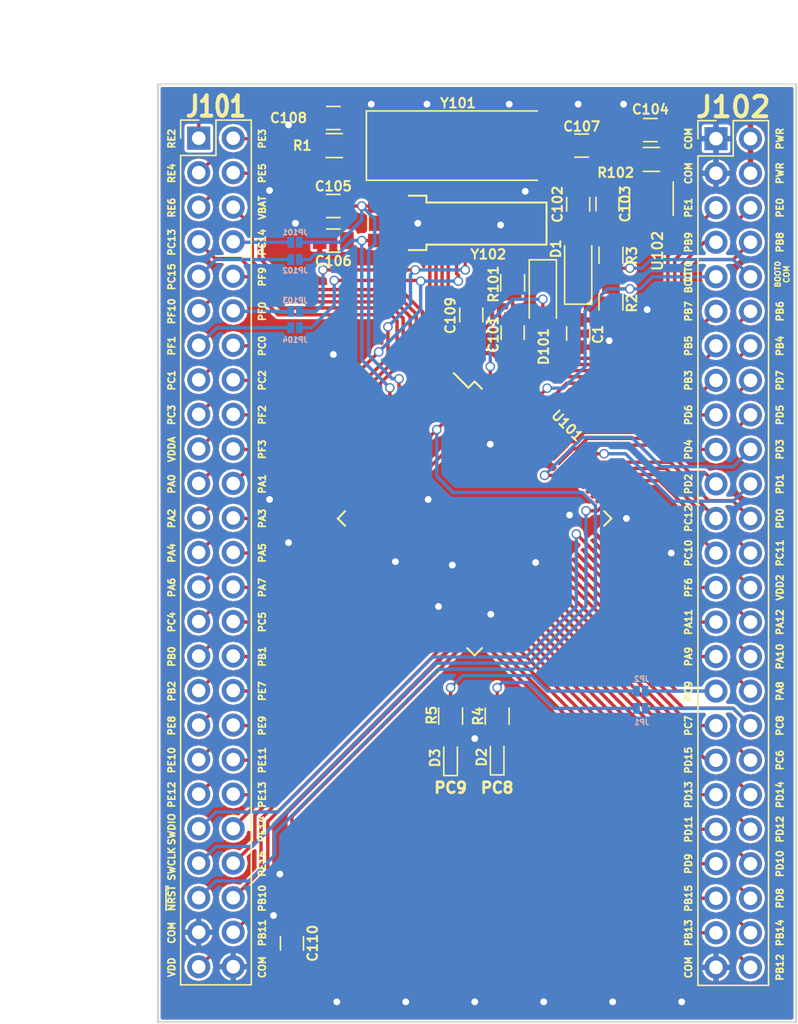
<source format=kicad_pcb>
(kicad_pcb (version 4) (host pcbnew 4.0.6)
  (layers (0 F.Cu signal) (31 B.Cu signal) (34 B.Paste user hide) (35 F.Paste user hide) (36 B.SilkS user) (37 F.SilkS user) (38 B.Mask user hide) (39 F.Mask user hide) (44 Edge.Cuts user))
  (net 0 "")
  (net 1 /~NRST)
  (net 2 /COM)
  (net 3 /VDD)
  (net 4 "Net-(C103-Pad1)")
  (net 5 /PWR)
  (net 6 "Net-(C108-Pad1)")
  (net 7 /PE2)
  (net 8 /PE3)
  (net 9 /PE4)
  (net 10 /PE5)
  (net 11 /PE6)
  (net 12 /VBAT)
  (net 13 /PC13)
  (net 14 /PC14)
  (net 15 /PC15)
  (net 16 /PF9)
  (net 17 /PF10)
  (net 18 /PF0)
  (net 19 /PF1)
  (net 20 /PC0)
  (net 21 /PC1)
  (net 22 /PC2)
  (net 23 /PC3)
  (net 24 /PF2)
  (net 25 /VDDA)
  (net 26 /PF3)
  (net 27 /PA0)
  (net 28 /PA1)
  (net 29 /PA2)
  (net 30 /PA3)
  (net 31 /PA4)
  (net 32 /PA5)
  (net 33 /PA6)
  (net 34 /PA7)
  (net 35 /PC4)
  (net 36 /PC5)
  (net 37 /PB0)
  (net 38 /PB1)
  (net 39 /PB2)
  (net 40 /PE7)
  (net 41 /PE8)
  (net 42 /PE9)
  (net 43 /PE10)
  (net 44 /PE11)
  (net 45 /PE12)
  (net 46 /PE13)
  (net 47 /SWDIO)
  (net 48 /PE14)
  (net 49 /SWCLK)
  (net 50 /PE15)
  (net 51 /PB10)
  (net 52 /PB11)
  (net 53 /PE1)
  (net 54 /PE0)
  (net 55 /PB9)
  (net 56 /PB8)
  (net 57 /BOOT0)
  (net 58 /PB7)
  (net 59 /PB6)
  (net 60 /PB5)
  (net 61 /PB4)
  (net 62 /PB3)
  (net 63 /PD7)
  (net 64 /PD6)
  (net 65 /PD5)
  (net 66 /PD4)
  (net 67 /PD3)
  (net 68 /PD2)
  (net 69 /PD1)
  (net 70 /PD0)
  (net 71 /PC12)
  (net 72 /PC11)
  (net 73 /PC10)
  (net 74 /VDDIO2)
  (net 75 /PF6)
  (net 76 /PA12)
  (net 77 /PA11)
  (net 78 /PA10)
  (net 79 /PA9)
  (net 80 /PA8)
  (net 81 /PC9)
  (net 82 /PC8)
  (net 83 /PC7)
  (net 84 /PC6)
  (net 85 /PD14)
  (net 86 /PD15)
  (net 87 /PD12)
  (net 88 /PD13)
  (net 89 /PD10)
  (net 90 /PD11)
  (net 91 /PD8)
  (net 92 /PD9)
  (net 93 /PB14)
  (net 94 /PB15)
  (net 95 /PB12)
  (net 96 /PB13)
  (net 97 "Net-(R102-Pad1)")
  (net 98 /PA15)
  (net 99 /OSC32IN)
  (net 100 /OSC32OUT)
  (net 101 /RCCIN)
  (net 102 /RCCOUT)
  (net 103 "Net-(J102-Pad10)")
  (net 104 "Net-(C102-Pad1)")
  (net 105 "Net-(D2-Pad2)")
  (net 106 "Net-(D3-Pad2)")
  (net 107 "Net-(JP1-Pad2)")
  (net 108 "Net-(JP2-Pad2)")
  (module Measurement_Points:Measurement_Point_Square-TH_Small (layer F.Cu) (at 147.32 120.333)
    (fp_text reference REF** hide)
    (fp_text value Measurement_Point_Square-TH_Small)
    (pad 1 thru_hole rect (at 0 0) (size 0.7 0.7) (drill 0.5) (layers *.Cu) (net 2 /COM))
  )
  (module Measurement_Points:Measurement_Point_Square-TH_Small (layer F.Cu) (at 132.207 102.743)
    (fp_text reference REF** hide)
    (fp_text value Measurement_Point_Square-TH_Small)
    (pad 1 thru_hole rect (at 0 0) (size 0.7 0.7) (drill 0.5) (layers *.Cu) (net 2 /COM))
  )
  (module Measurement_Points:Measurement_Point_Square-TH_Small (layer F.Cu) (at 145.669 107.569)
    (fp_text reference REF** hide)
    (fp_text value Measurement_Point_Square-TH_Small)
    (pad 1 thru_hole rect (at 0 0) (size 0.7 0.7) (drill 0.5) (layers *.Cu) (net 2 /COM))
  )
  (module Measurement_Points:Measurement_Point_Square-TH_Small (layer F.Cu) (at 148.501 111.189)
    (fp_text reference REF** hide)
    (fp_text value Measurement_Point_Square-TH_Small)
    (pad 1 thru_hole rect (at 0 0) (size 0.7 0.7) (drill 0.5) (layers *.Cu) (net 2 /COM))
  )
  (module Measurement_Points:Measurement_Point_Square-TH_Small (layer F.Cu) (at 151.041 80.074)
    (fp_text reference REF** hide)
    (fp_text value Measurement_Point_Square-TH_Small)
    (pad 1 thru_hole rect (at 0 0) (size 0.7 0.7) (drill 0.5) (layers *.Cu) (net 2 /COM))
  )
  (module Measurement_Points:Measurement_Point_Square-TH_Small (layer F.Cu) (at 136.906 92.075)
    (fp_text reference REF** hide)
    (fp_text value Measurement_Point_Square-TH_Small)
    (pad 1 thru_hole rect (at 0 0) (size 0.7 0.7) (drill 0.5) (layers *.Cu) (net 2 /COM))
  )
  (module Measurement_Points:Measurement_Point_Square-TH_Small (layer F.Cu) (at 149.225 82.55)
    (fp_text reference REF** hide)
    (fp_text value Measurement_Point_Square-TH_Small)
    (pad 1 thru_hole rect (at 0 0) (size 0.7 0.7) (drill 0.5) (layers *.Cu) (net 2 /COM))
  )
  (module Measurement_Points:Measurement_Point_Square-TH_Small (layer F.Cu) (at 160.02 88.773)
    (fp_text reference REF** hide)
    (fp_text value Measurement_Point_Square-TH_Small)
    (pad 1 thru_hole rect (at 0 0) (size 0.7 0.7) (drill 0.5) (layers *.Cu) (net 2 /COM))
  )
  (module Measurement_Points:Measurement_Point_Square-TH_Small (layer F.Cu) (at 157.226 91.059)
    (fp_text reference REF** hide)
    (fp_text value Measurement_Point_Square-TH_Small)
    (pad 1 thru_hole rect (at 0 0) (size 0.7 0.7) (drill 0.5) (layers *.Cu) (net 2 /COM))
  )
  (module Measurement_Points:Measurement_Point_Square-TH_Small (layer F.Cu) (at 161.798 106.68)
    (fp_text reference REF** hide)
    (fp_text value Measurement_Point_Square-TH_Small)
    (pad 1 thru_hole rect (at 0 0) (size 0.7 0.7) (drill 0.5) (layers *.Cu) (net 2 /COM))
  )
  (module Measurement_Points:Measurement_Point_Square-TH_Small (layer F.Cu) (at 158.496 104.14)
    (fp_text reference REF** hide)
    (fp_text value Measurement_Point_Square-TH_Small)
    (pad 1 thru_hole rect (at 0 0) (size 0.7 0.7) (drill 0.5) (layers *.Cu) (net 2 /COM))
  )
  (module Measurement_Points:Measurement_Point_Square-TH_Small (layer F.Cu) (at 154.305 103.886)
    (fp_text reference REF** hide)
    (fp_text value Measurement_Point_Square-TH_Small)
    (pad 1 thru_hole rect (at 0 0) (size 0.7 0.7) (drill 0.5) (layers *.Cu) (net 2 /COM))
  )
  (module Measurement_Points:Measurement_Point_Square-TH_Small (layer F.Cu) (at 151.803 107.379)
    (fp_text reference REF** hide)
    (fp_text value Measurement_Point_Square-TH_Small)
    (pad 1 thru_hole rect (at 0 0) (size 0.7 0.7) (drill 0.5) (layers *.Cu) (net 2 /COM))
  )
  (module Measurement_Points:Measurement_Point_Square-TH_Small (layer F.Cu) (at 148.463 98.679)
    (fp_text reference REF** hide)
    (fp_text value Measurement_Point_Square-TH_Small)
    (pad 1 thru_hole rect (at 0 0) (size 0.7 0.7) (drill 0.5) (layers *.Cu) (net 2 /COM))
  )
  (module Measurement_Points:Measurement_Point_Square-TH_Small (layer F.Cu) (at 143.891 102.743)
    (fp_text reference REF** hide)
    (fp_text value Measurement_Point_Square-TH_Small)
    (pad 1 thru_hole rect (at 0 0) (size 0.7 0.7) (drill 0.5) (layers *.Cu) (net 2 /COM))
  )
  (module Measurement_Points:Measurement_Point_Square-TH_Small (layer F.Cu) (at 133.604 105.918)
    (fp_text reference REF** hide)
    (fp_text value Measurement_Point_Square-TH_Small)
    (pad 1 thru_hole rect (at 0 0) (size 0.7 0.7) (drill 0.5) (layers *.Cu) (net 2 /COM))
  )
  (module Measurement_Points:Measurement_Point_Square-TH_Small (layer F.Cu) (at 141.478 107.315)
    (fp_text reference REF** hide)
    (fp_text value Measurement_Point_Square-TH_Small)
    (pad 1 thru_hole circle (at 0 0) (size 0.7 0.7) (drill 0.5) (layers *.Cu) (net 2 /COM))
  )
  (module Measurement_Points:Measurement_Point_Square-TH_Small (layer F.Cu) (at 144.653 110.617)
    (fp_text reference REF** hide)
    (fp_text value Measurement_Point_Square-TH_Small)
    (pad 1 thru_hole circle (at 0 0) (size 0.7 0.7) (drill 0.5) (layers *.Cu) (net 2 /COM))
  )
  (module Measurement_Points:Measurement_Point_Square-TH_Small (layer F.Cu) (at 132.969 130.302)
    (fp_text reference REF** hide)
    (fp_text value Measurement_Point_Square-TH_Small)
    (pad 1 thru_hole rect (at 0 0) (size 0.7 0.7) (drill 0.5) (layers *.Cu) (net 2 /COM))
  )
  (module Measurement_Points:Measurement_Point_Square-TH_Small (layer F.Cu) (at 132.499 133.3505)
    (fp_text reference REF** hide)
    (fp_text value Measurement_Point_Square-TH_Small)
    (pad 1 thru_hole rect (at 0 0) (size 0.7 0.7) (drill 0.5) (layers *.Cu) (net 2 /COM))
  )
  (module Measurement_Points:Measurement_Point_Square-TH_Small (layer F.Cu) (at 162.56 139.7)
    (fp_text reference REF** hide)
    (fp_text value Measurement_Point_Square-TH_Small)
    (pad 1 thru_hole rect (at 0 0) (size 0.7 0.7) (drill 0.5) (layers *.Cu) (net 2 /COM))
  )
  (module Measurement_Points:Measurement_Point_Square-TH_Small (layer F.Cu) (at 157.48 139.7)
    (fp_text reference REF** hide)
    (fp_text value Measurement_Point_Square-TH_Small)
    (pad 1 thru_hole rect (at 0 0) (size 0.7 0.7) (drill 0.5) (layers *.Cu) (net 2 /COM))
  )
  (module Measurement_Points:Measurement_Point_Square-TH_Small (layer F.Cu) (at 152.4 139.7)
    (fp_text reference REF** hide)
    (fp_text value Measurement_Point_Square-TH_Small)
    (pad 1 thru_hole rect (at 0 0) (size 0.7 0.7) (drill 0.5) (layers *.Cu) (net 2 /COM))
  )
  (module Measurement_Points:Measurement_Point_Square-TH_Small (layer F.Cu) (at 147.32 139.7)
    (fp_text reference REF** hide)
    (fp_text value Measurement_Point_Square-TH_Small)
    (pad 1 thru_hole rect (at 0 0) (size 0.7 0.7) (drill 0.5) (layers *.Cu) (net 2 /COM))
  )
  (module Measurement_Points:Measurement_Point_Square-TH_Small (layer F.Cu) (at 142.24 139.7)
    (fp_text reference REF** hide)
    (fp_text value Measurement_Point_Square-TH_Small)
    (pad 1 thru_hole rect (at 0 0) (size 0.7 0.7) (drill 0.5) (layers *.Cu) (net 2 /COM))
  )
  (module Measurement_Points:Measurement_Point_Square-TH_Small (layer F.Cu) (at 137.16 139.7)
    (fp_text reference REF** hide)
    (fp_text value Measurement_Point_Square-TH_Small)
    (pad 1 thru_hole rect (at 0 0) (size 0.7 0.7) (drill 0.5) (layers *.Cu) (net 2 /COM))
  )
  (module Measurement_Points:Measurement_Point_Square-TH_Small (layer F.Cu) (at 158.28 73.66)
    (fp_text reference REF** hide)
    (fp_text value Measurement_Point_Square-TH_Small)
    (pad 1 thru_hole rect (at 0 0) (size 0.7 0.7) (drill 0.5) (layers *.Cu) (net 2 /COM))
  )
  (module Measurement_Points:Measurement_Point_Square-TH_Small (layer F.Cu) (at 154.94 73.66)
    (fp_text reference REF** hide)
    (fp_text value Measurement_Point_Square-TH_Small)
    (pad 1 thru_hole rect (at 0 0) (size 0.7 0.7) (drill 0.5) (layers *.Cu) (net 2 /COM))
  )
  (module Measurement_Points:Measurement_Point_Square-TH_Small (layer F.Cu) (at 149.86 73.66)
    (fp_text reference REF** hide)
    (fp_text value Measurement_Point_Square-TH_Small)
    (pad 1 thru_hole rect (at 0 0) (size 0.7 0.7) (drill 0.5) (layers *.Cu) (net 2 /COM))
  )
  (module Measurement_Points:Measurement_Point_Square-TH_Small (layer F.Cu) (at 143.802 73.66)
    (fp_text reference REF** hide)
    (fp_text value Measurement_Point_Square-TH_Small)
    (pad 1 thru_hole rect (at 0 0) (size 0.7 0.7) (drill 0.5) (layers *.Cu) (net 2 /COM))
  )
  (module Measurement_Points:Measurement_Point_Square-TH_Small (layer F.Cu) (at 139.7 73.66)
    (fp_text reference REF** hide)
    (fp_text value Measurement_Point_Square-TH_Small)
    (pad 1 thru_hole rect (at 0 0) (size 0.7 0.7) (drill 0.5) (layers *.Cu) (net 2 /COM))
  )
  (module Measurement_Points:Measurement_Point_Square-TH_Small (layer F.Cu) (at 143.129 82.423)
    (fp_text reference REF** hide)
    (fp_text value Measurement_Point_Square-TH_Small)
    (pad 1 thru_hole rect (at 0 0) (size 0.7 0.7) (drill 0.5) (layers *.Cu) (net 2 /COM))
  )
  (module Measurement_Points:Measurement_Point_Square-TH_Small (layer F.Cu) (at 134.112 82.423)
    (fp_text reference REF** hide)
    (fp_text value Measurement_Point_Square-TH_Small)
    (pad 1 thru_hole rect (at 0 0) (size 0.7 0.7) (drill 0.5) (layers *.Cu) (net 2 /COM))
  )
  (module Measurement_Points:Measurement_Point_Square-TH_Small (layer F.Cu) (at 132.207 80.01)
    (fp_text reference REF** hide)
    (fp_text value Measurement_Point_Square-TH_Small)
    (pad 1 thru_hole rect (at 0 0) (size 0.7 0.7) (drill 0.5) (layers *.Cu) (net 2 /COM))
  )
  (module ics:LQFP-100_14x14mm_Pitch0.5mm (layer F.Cu) (at 147.31 104.14 315)
    (fp_text reference U101 (at 0 -9.65 315) (layer F.SilkS) (effects (font (size 0.7 0.7))))
    (fp_text value STM32F072V8T6)
    (pad 1 smd rect (at -7.9 -6 315) (size 1.5 0.28) (layers F.Cu F.Paste F.Mask) (net 7 /PE2))
    (pad 2 smd rect (at -7.9 -5.5 315) (size 1.5 0.28) (layers F.Cu F.Paste F.Mask) (net 8 /PE3))
    (pad 3 smd rect (at -7.9 -5 315) (size 1.5 0.28) (layers F.Cu F.Paste F.Mask) (net 9 /PE4))
    (pad 4 smd rect (at -7.9 -4.5 315) (size 1.5 0.28) (layers F.Cu F.Paste F.Mask) (net 10 /PE5))
    (pad 5 smd rect (at -7.9 -4 315) (size 1.5 0.28) (layers F.Cu F.Paste F.Mask) (net 11 /PE6))
    (pad 6 smd rect (at -7.9 -3.5 315) (size 1.5 0.28) (layers F.Cu F.Paste F.Mask) (net 12 /VBAT))
    (pad 7 smd rect (at -7.9 -3 315) (size 1.5 0.28) (layers F.Cu F.Paste F.Mask) (net 13 /PC13))
    (pad 8 smd rect (at -7.9 -2.5 315) (size 1.5 0.28) (layers F.Cu F.Paste F.Mask) (net 99 /OSC32IN))
    (pad 9 smd rect (at -7.9 -2 315) (size 1.5 0.28) (layers F.Cu F.Paste F.Mask) (net 100 /OSC32OUT))
    (pad 10 smd rect (at -7.9 -1.5 315) (size 1.5 0.28) (layers F.Cu F.Paste F.Mask) (net 16 /PF9))
    (pad 11 smd rect (at -7.9 -1 315) (size 1.5 0.28) (layers F.Cu F.Paste F.Mask) (net 17 /PF10))
    (pad 12 smd rect (at -7.9 -0.5 315) (size 1.5 0.28) (layers F.Cu F.Paste F.Mask) (net 101 /RCCIN))
    (pad 13 smd rect (at -7.9 0 315) (size 1.5 0.28) (layers F.Cu F.Paste F.Mask) (net 102 /RCCOUT))
    (pad 14 smd rect (at -7.9 0.5 315) (size 1.5 0.28) (layers F.Cu F.Paste F.Mask) (net 1 /~NRST))
    (pad 15 smd rect (at -7.9 1 315) (size 1.5 0.28) (layers F.Cu F.Paste F.Mask) (net 20 /PC0))
    (pad 16 smd rect (at -7.9 1.5 315) (size 1.5 0.28) (layers F.Cu F.Paste F.Mask) (net 21 /PC1))
    (pad 17 smd rect (at -7.9 2 315) (size 1.5 0.28) (layers F.Cu F.Paste F.Mask) (net 22 /PC2))
    (pad 18 smd rect (at -7.9 2.5 315) (size 1.5 0.28) (layers F.Cu F.Paste F.Mask) (net 23 /PC3))
    (pad 19 smd rect (at -7.9 3 315) (size 1.5 0.28) (layers F.Cu F.Paste F.Mask) (net 24 /PF2))
    (pad 20 smd rect (at -7.9 3.5 315) (size 1.5 0.28) (layers F.Cu F.Paste F.Mask) (net 2 /COM))
    (pad 21 smd rect (at -7.9 4 315) (size 1.5 0.28) (layers F.Cu F.Paste F.Mask) (net 25 /VDDA))
    (pad 22 smd rect (at -7.9 4.5 315) (size 1.5 0.28) (layers F.Cu F.Paste F.Mask) (net 26 /PF3))
    (pad 23 smd rect (at -7.9 5 315) (size 1.5 0.28) (layers F.Cu F.Paste F.Mask) (net 27 /PA0))
    (pad 24 smd rect (at -7.9 5.5 315) (size 1.5 0.28) (layers F.Cu F.Paste F.Mask) (net 28 /PA1))
    (pad 25 smd rect (at -7.9 6 315) (size 1.5 0.28) (layers F.Cu F.Paste F.Mask) (net 29 /PA2))
    (pad 26 smd rect (at -6 7.9 45) (size 1.5 0.28) (layers F.Cu F.Paste F.Mask) (net 30 /PA3))
    (pad 27 smd rect (at -5.5 7.9 45) (size 1.5 0.28) (layers F.Cu F.Paste F.Mask) (net 2 /COM))
    (pad 28 smd rect (at -5 7.9 45) (size 1.5 0.28) (layers F.Cu F.Paste F.Mask) (net 3 /VDD))
    (pad 29 smd rect (at -4.5 7.9 45) (size 1.5 0.28) (layers F.Cu F.Paste F.Mask) (net 31 /PA4))
    (pad 30 smd rect (at -4 7.9 45) (size 1.5 0.28) (layers F.Cu F.Paste F.Mask) (net 32 /PA5))
    (pad 31 smd rect (at -3.5 7.9 45) (size 1.5 0.28) (layers F.Cu F.Paste F.Mask) (net 33 /PA6))
    (pad 32 smd rect (at -3 7.9 45) (size 1.5 0.28) (layers F.Cu F.Paste F.Mask) (net 34 /PA7))
    (pad 33 smd rect (at -2.5 7.9 45) (size 1.5 0.28) (layers F.Cu F.Paste F.Mask) (net 35 /PC4))
    (pad 34 smd rect (at -2 7.9 45) (size 1.5 0.28) (layers F.Cu F.Paste F.Mask) (net 36 /PC5))
    (pad 35 smd rect (at -1.5 7.9 45) (size 1.5 0.28) (layers F.Cu F.Paste F.Mask) (net 37 /PB0))
    (pad 36 smd rect (at -1 7.9 45) (size 1.5 0.28) (layers F.Cu F.Paste F.Mask) (net 38 /PB1))
    (pad 37 smd rect (at -0.5 7.9 45) (size 1.5 0.28) (layers F.Cu F.Paste F.Mask) (net 39 /PB2))
    (pad 38 smd rect (at 0 7.9 45) (size 1.5 0.28) (layers F.Cu F.Paste F.Mask) (net 40 /PE7))
    (pad 39 smd rect (at 0.5 7.9 45) (size 1.5 0.28) (layers F.Cu F.Paste F.Mask) (net 41 /PE8))
    (pad 40 smd rect (at 1 7.9 45) (size 1.5 0.28) (layers F.Cu F.Paste F.Mask) (net 42 /PE9))
    (pad 41 smd rect (at 1.5 7.9 45) (size 1.5 0.28) (layers F.Cu F.Paste F.Mask) (net 43 /PE10))
    (pad 42 smd rect (at 2 7.9 45) (size 1.5 0.28) (layers F.Cu F.Paste F.Mask) (net 44 /PE11))
    (pad 43 smd rect (at 2.5 7.9 45) (size 1.5 0.28) (layers F.Cu F.Paste F.Mask) (net 45 /PE12))
    (pad 44 smd rect (at 3 7.9 45) (size 1.5 0.28) (layers F.Cu F.Paste F.Mask) (net 46 /PE13))
    (pad 45 smd rect (at 3.5 7.9 45) (size 1.5 0.28) (layers F.Cu F.Paste F.Mask) (net 48 /PE14))
    (pad 46 smd rect (at 4 7.9 45) (size 1.5 0.28) (layers F.Cu F.Paste F.Mask) (net 50 /PE15))
    (pad 47 smd rect (at 4.5 7.9 45) (size 1.5 0.28) (layers F.Cu F.Paste F.Mask) (net 51 /PB10))
    (pad 48 smd rect (at 5 7.9 45) (size 1.5 0.28) (layers F.Cu F.Paste F.Mask) (net 52 /PB11))
    (pad 49 smd rect (at 5.5 7.9 45) (size 1.5 0.28) (layers F.Cu F.Paste F.Mask) (net 2 /COM))
    (pad 50 smd rect (at 6 7.9 45) (size 1.5 0.28) (layers F.Cu F.Paste F.Mask) (net 3 /VDD))
    (pad 51 smd rect (at 7.9 6 315) (size 1.5 0.28) (layers F.Cu F.Paste F.Mask) (net 95 /PB12))
    (pad 52 smd rect (at 7.9 5.5 315) (size 1.5 0.28) (layers F.Cu F.Paste F.Mask) (net 96 /PB13))
    (pad 53 smd rect (at 7.9 5 315) (size 1.5 0.28) (layers F.Cu F.Paste F.Mask) (net 93 /PB14))
    (pad 54 smd rect (at 7.9 4.5 315) (size 1.5 0.28) (layers F.Cu F.Paste F.Mask) (net 94 /PB15))
    (pad 55 smd rect (at 7.9 4 315) (size 1.5 0.28) (layers F.Cu F.Paste F.Mask) (net 91 /PD8))
    (pad 56 smd rect (at 7.9 3.5 315) (size 1.5 0.28) (layers F.Cu F.Paste F.Mask) (net 92 /PD9))
    (pad 57 smd rect (at 7.9 3 315) (size 1.5 0.28) (layers F.Cu F.Paste F.Mask) (net 89 /PD10))
    (pad 58 smd rect (at 7.9 2.5 315) (size 1.5 0.28) (layers F.Cu F.Paste F.Mask) (net 90 /PD11))
    (pad 59 smd rect (at 7.9 2 315) (size 1.5 0.28) (layers F.Cu F.Paste F.Mask) (net 87 /PD12))
    (pad 60 smd rect (at 7.9 1.5 315) (size 1.5 0.28) (layers F.Cu F.Paste F.Mask) (net 88 /PD13))
    (pad 61 smd rect (at 7.9 1 315) (size 1.5 0.28) (layers F.Cu F.Paste F.Mask) (net 85 /PD14))
    (pad 62 smd rect (at 7.9 0.5 315) (size 1.5 0.28) (layers F.Cu F.Paste F.Mask) (net 86 /PD15))
    (pad 63 smd rect (at 7.9 0 315) (size 1.5 0.28) (layers F.Cu F.Paste F.Mask) (net 84 /PC6))
    (pad 64 smd rect (at 7.9 -0.5 315) (size 1.5 0.28) (layers F.Cu F.Paste F.Mask) (net 83 /PC7))
    (pad 65 smd rect (at 7.9 -1 315) (size 1.5 0.28) (layers F.Cu F.Paste F.Mask) (net 82 /PC8))
    (pad 66 smd rect (at 7.9 -1.5 315) (size 1.5 0.28) (layers F.Cu F.Paste F.Mask) (net 81 /PC9))
    (pad 67 smd rect (at 7.9 -2 315) (size 1.5 0.28) (layers F.Cu F.Paste F.Mask) (net 80 /PA8))
    (pad 68 smd rect (at 7.9 -2.5 315) (size 1.5 0.28) (layers F.Cu F.Paste F.Mask) (net 79 /PA9))
    (pad 69 smd rect (at 7.9 -3 315) (size 1.5 0.28) (layers F.Cu F.Paste F.Mask) (net 78 /PA10))
    (pad 70 smd rect (at 7.9 -3.5 315) (size 1.5 0.28) (layers F.Cu F.Paste F.Mask) (net 77 /PA11))
    (pad 71 smd rect (at 7.9 -4 315) (size 1.5 0.28) (layers F.Cu F.Paste F.Mask) (net 76 /PA12))
    (pad 72 smd rect (at 7.9 -4.5 315) (size 1.5 0.28) (layers F.Cu F.Paste F.Mask) (net 47 /SWDIO))
    (pad 73 smd rect (at 7.9 -5 315) (size 1.5 0.28) (layers F.Cu F.Paste F.Mask) (net 75 /PF6))
    (pad 74 smd rect (at 7.9 -5.5 315) (size 1.5 0.28) (layers F.Cu F.Paste F.Mask) (net 2 /COM))
    (pad 75 smd rect (at 7.9 -6 315) (size 1.5 0.28) (layers F.Cu F.Paste F.Mask) (net 74 /VDDIO2))
    (pad 76 smd rect (at 6 -7.9 45) (size 1.5 0.28) (layers F.Cu F.Paste F.Mask) (net 49 /SWCLK))
    (pad 77 smd rect (at 5.5 -7.9 45) (size 1.5 0.28) (layers F.Cu F.Paste F.Mask) (net 98 /PA15))
    (pad 78 smd rect (at 5 -7.9 45) (size 1.5 0.28) (layers F.Cu F.Paste F.Mask) (net 73 /PC10))
    (pad 79 smd rect (at 4.5 -7.9 45) (size 1.5 0.28) (layers F.Cu F.Paste F.Mask) (net 72 /PC11))
    (pad 80 smd rect (at 4 -7.9 45) (size 1.5 0.28) (layers F.Cu F.Paste F.Mask) (net 71 /PC12))
    (pad 81 smd rect (at 3.5 -7.9 45) (size 1.5 0.28) (layers F.Cu F.Paste F.Mask) (net 70 /PD0))
    (pad 82 smd rect (at 3 -7.9 45) (size 1.5 0.28) (layers F.Cu F.Paste F.Mask) (net 69 /PD1))
    (pad 83 smd rect (at 2.5 -7.9 45) (size 1.5 0.28) (layers F.Cu F.Paste F.Mask) (net 68 /PD2))
    (pad 84 smd rect (at 2 -7.9 45) (size 1.5 0.28) (layers F.Cu F.Paste F.Mask) (net 67 /PD3))
    (pad 85 smd rect (at 1.5 -7.9 45) (size 1.5 0.28) (layers F.Cu F.Paste F.Mask) (net 66 /PD4))
    (pad 86 smd rect (at 1 -7.9 45) (size 1.5 0.28) (layers F.Cu F.Paste F.Mask) (net 65 /PD5))
    (pad 87 smd rect (at 0.5 -7.9 45) (size 1.5 0.28) (layers F.Cu F.Paste F.Mask) (net 64 /PD6))
    (pad 88 smd rect (at 0 -7.9 45) (size 1.5 0.28) (layers F.Cu F.Paste F.Mask) (net 63 /PD7))
    (pad 89 smd rect (at -0.5 -7.9 45) (size 1.5 0.28) (layers F.Cu F.Paste F.Mask) (net 62 /PB3))
    (pad 90 smd rect (at -1 -7.9 45) (size 1.5 0.28) (layers F.Cu F.Paste F.Mask) (net 61 /PB4))
    (pad 91 smd rect (at -1.5 -7.9 45) (size 1.5 0.28) (layers F.Cu F.Paste F.Mask) (net 60 /PB5))
    (pad 92 smd rect (at -2 -7.9 45) (size 1.5 0.28) (layers F.Cu F.Paste F.Mask) (net 59 /PB6))
    (pad 93 smd rect (at -2.5 -7.9 45) (size 1.5 0.28) (layers F.Cu F.Paste F.Mask) (net 58 /PB7))
    (pad 94 smd rect (at -3 -7.9 45) (size 1.5 0.28) (layers F.Cu F.Paste F.Mask) (net 57 /BOOT0))
    (pad 95 smd rect (at -3.5 -7.9 45) (size 1.5 0.28) (layers F.Cu F.Paste F.Mask) (net 56 /PB8))
    (pad 96 smd rect (at -4 -7.9 45) (size 1.5 0.28) (layers F.Cu F.Paste F.Mask) (net 55 /PB9))
    (pad 97 smd rect (at -4.5 -7.9 45) (size 1.5 0.28) (layers F.Cu F.Paste F.Mask) (net 54 /PE0))
    (pad 98 smd rect (at -5 -7.9 45) (size 1.5 0.28) (layers F.Cu F.Paste F.Mask) (net 53 /PE1))
    (pad 99 smd rect (at -5.5 -7.9 45) (size 1.5 0.28) (layers F.Cu F.Paste F.Mask) (net 2 /COM))
    (pad 100 smd rect (at -6 -7.9 45) (size 1.5 0.28) (layers F.Cu F.Paste F.Mask) (net 3 /VDD))
  )
  (module capacitors:C_0805 (layer F.Cu) (at 150.114 90.4715 270)
    (fp_text reference C101 (at 0.1285 1.414 270) (layer F.SilkS) (effects (font (size 0.7 0.7))))
    (fp_text value C_100n_0805_X7R)
    (pad 1 smd rect (at -1 0 270) (size 1 1.25) (layers F.Cu F.Paste F.Mask) (net 1 /~NRST))
    (pad 2 smd rect (at 1 0 270) (size 1 1.25) (layers F.Cu F.Paste F.Mask) (net 2 /COM))
  )
  (module capacitors:C_0805 (layer F.Cu) (at 154.94 81.026 90)
    (fp_text reference C102 (at 0 -1.524 90) (layer F.SilkS) (effects (font (size 0.7 0.7))))
    (fp_text value C_100n_0805_X7R)
    (pad 1 smd rect (at -1 0 90) (size 1 1.25) (layers F.Cu F.Paste F.Mask) (net 104 "Net-(C102-Pad1)"))
    (pad 2 smd rect (at 1 0 90) (size 1 1.25) (layers F.Cu F.Paste F.Mask) (net 2 /COM))
  )
  (module capacitors:C_0805 (layer F.Cu) (at 157.099 81.01 90)
    (fp_text reference C103 (at 0.01 1.301 90) (layer F.SilkS) (effects (font (size 0.7 0.7))))
    (fp_text value C_100n_0805_X7R)
    (pad 1 smd rect (at -1 0 90) (size 1 1.25) (layers F.Cu F.Paste F.Mask) (net 4 "Net-(C103-Pad1)"))
    (pad 2 smd rect (at 1 0 90) (size 1 1.25) (layers F.Cu F.Paste F.Mask) (net 2 /COM))
  )
  (module capacitors:C_0805 (layer F.Cu) (at 160.264 75.565 180)
    (fp_text reference C104 (at 0 1.524 180) (layer F.SilkS) (effects (font (size 0.7 0.7))))
    (fp_text value C_100n_0805_X7R)
    (pad 1 smd rect (at -1 0 180) (size 1 1.25) (layers F.Cu F.Paste F.Mask) (net 5 /PWR))
    (pad 2 smd rect (at 1 0 180) (size 1 1.25) (layers F.Cu F.Paste F.Mask) (net 2 /COM))
  )
  (module capacitors:C_0805 (layer F.Cu) (at 136.906 81.153 180)
    (fp_text reference C105 (at 0 1.453 180) (layer F.SilkS) (effects (font (size 0.7 0.7))))
    (fp_text value C_22p_0805_X7R)
    (pad 1 smd rect (at -1 0 180) (size 1 1.25) (layers F.Cu F.Paste F.Mask) (net 99 /OSC32IN))
    (pad 2 smd rect (at 1 0 180) (size 1 1.25) (layers F.Cu F.Paste F.Mask) (net 2 /COM))
  )
  (module capacitors:C_0805 (layer F.Cu) (at 136.906 83.693 180)
    (fp_text reference C106 (at 0 -1.507 180) (layer F.SilkS) (effects (font (size 0.7 0.7))))
    (fp_text value C_22p_0805_X7R)
    (pad 1 smd rect (at -1 0 180) (size 1 1.25) (layers F.Cu F.Paste F.Mask) (net 100 /OSC32OUT))
    (pad 2 smd rect (at 1 0 180) (size 1 1.25) (layers F.Cu F.Paste F.Mask) (net 2 /COM))
  )
  (module capacitors:C_0805 (layer F.Cu) (at 155.194 76.708)
    (fp_text reference C107 (at 0.006 -1.408) (layer F.SilkS) (effects (font (size 0.7 0.7))))
    (fp_text value C_22p_0805_X7R)
    (pad 1 smd rect (at -1 0) (size 1 1.25) (layers F.Cu F.Paste F.Mask) (net 101 /RCCIN))
    (pad 2 smd rect (at 1 0) (size 1 1.25) (layers F.Cu F.Paste F.Mask) (net 2 /COM))
  )
  (module capacitors:C_0805 (layer F.Cu) (at 136.906 74.676 180)
    (fp_text reference C108 (at 3.302 0 180) (layer F.SilkS) (effects (font (size 0.7 0.7))))
    (fp_text value C_22p_0805_X7R)
    (pad 1 smd rect (at -1 0 180) (size 1 1.25) (layers F.Cu F.Paste F.Mask) (net 6 "Net-(C108-Pad1)"))
    (pad 2 smd rect (at 1 0 180) (size 1 1.25) (layers F.Cu F.Paste F.Mask) (net 2 /COM))
  )
  (module disc:D_MiniMELF (layer F.Cu) (at 152.3365 87.658 270)
    (fp_text reference D101 (at 3.842 -0.0635 270) (layer F.SilkS) (effects (font (size 0.7 0.7))))
    (fp_text value D_BAS32)
    (pad 1 smd rect (at -1.75 0 270) (size 1.3 1.7) (layers F.Cu F.Paste F.Mask) (net 3 /VDD))
    (pad 2 smd rect (at 1.75 0 270) (size 1.3 1.7) (layers F.Cu F.Paste F.Mask) (net 1 /~NRST))
  )
  (module resistors:R_0805 (layer F.Cu) (at 150.114 86.802 90)
    (fp_text reference R101 (at -0.098 -1.414 90) (layer F.SilkS) (effects (font (size 0.7 0.7))))
    (fp_text value R_15k_0805_1%)
    (pad 1 smd rect (at -0.95 0 90) (size 0.7 1.3) (layers F.Cu F.Paste F.Mask) (net 1 /~NRST))
    (pad 2 smd rect (at 0.95 0 90) (size 0.7 1.3) (layers F.Cu F.Paste F.Mask) (net 3 /VDD))
  )
  (module resistors:R_0805 (layer F.Cu) (at 160.33 77.724)
    (fp_text reference R102 (at -2.63 0.976 180) (layer F.SilkS) (effects (font (size 0.7 0.7))))
    (fp_text value R_1k_0805_1%)
    (pad 1 smd rect (at -0.95 0) (size 0.7 1.3) (layers F.Cu F.Paste F.Mask) (net 97 "Net-(R102-Pad1)"))
    (pad 2 smd rect (at 0.95 0) (size 0.7 1.3) (layers F.Cu F.Paste F.Mask) (net 5 /PWR))
  )
  (module ics:SOT-23-5 (layer F.Cu) (at 160.33 80.942 270)
    (fp_text reference U102 (at 3.513 -0.452 450) (layer F.SilkS) (effects (font (size 0.75 0.75))))
    (fp_text value SIP21106)
    (pad 1 smd rect (at -1.1 -0.95 270) (size 1.06 0.65) (layers F.Cu F.Paste F.Mask) (net 5 /PWR))
    (pad 2 smd rect (at -1.1 0 270) (size 1.06 0.65) (layers F.Cu F.Paste F.Mask) (net 2 /COM))
    (pad 3 smd rect (at -1.1 0.95 270) (size 1.06 0.65) (layers F.Cu F.Paste F.Mask) (net 97 "Net-(R102-Pad1)"))
    (pad 4 smd rect (at 1.1 0.95 270) (size 1.06 0.65) (layers F.Cu F.Paste F.Mask) (net 4 "Net-(C103-Pad1)"))
    (pad 5 smd rect (at 1.1 -0.95 270) (size 1.06 0.65) (layers F.Cu F.Paste F.Mask) (net 104 "Net-(C102-Pad1)"))
  )
  (module disc:Crystal_SMD_HC49-SD (layer F.Cu) (at 146.04 76.708)
    (fp_text reference Y101 (at 0.0508 -3.1242) (layer F.SilkS) (effects (font (size 0.7 0.7))))
    (fp_text value Crystal_smd_11x5)
    (pad 1 smd rect (at -4.25 0) (size 4.5 2) (layers F.Cu F.Paste F.Mask) (net 6 "Net-(C108-Pad1)"))
    (pad 2 smd rect (at 4.25 0) (size 4.5 2) (layers F.Cu F.Paste F.Mask) (net 101 /RCCIN))
  )
  (module disc:Crystal_32768_horizontzl (layer F.Cu) (at 140.96 83.693 90)
    (fp_text reference Y102 (at -1.016 7.366 180) (layer F.SilkS) (effects (font (size 0.7 0.7))))
    (fp_text value Crystal_smd_32768_horizontal)
    (pad 3 smd rect (at 1.25 11.05 90) (size 2 1) (layers F.Cu F.Paste F.Mask))
    (pad 2 smd rect (at 2.54 0 90) (size 1 3) (layers F.Cu F.Paste F.Mask) (net 99 /OSC32IN))
    (pad 1 smd rect (at 0 0 90) (size 1 3) (layers F.Cu F.Paste F.Mask) (net 100 /OSC32OUT))
  )
  (module mech:Pin_Header_Straight_2x25_Pitch2.54mm (layer F.Cu) (at 126.99 76.16)
    (fp_text reference J101 (at 1.27 -2.33) (layer F.SilkS) (effects (font (size 1.5 1.2) (thickness 0.3))))
    (fp_text value PinHeader_02X25)
    (pad 1 thru_hole rect (at 0 0) (size 1.7 1.7) (drill 1) (layers *.Cu *.Mask) (net 7 /PE2))
    (pad 2 thru_hole oval (at 2.54 0) (size 1.7 1.7) (drill 1) (layers *.Cu *.Mask) (net 8 /PE3))
    (pad 3 thru_hole oval (at 0 2.54) (size 1.7 1.7) (drill 1) (layers *.Cu *.Mask) (net 9 /PE4))
    (pad 4 thru_hole oval (at 2.54 2.54) (size 1.7 1.7) (drill 1) (layers *.Cu *.Mask) (net 10 /PE5))
    (pad 5 thru_hole oval (at 0 5.08) (size 1.7 1.7) (drill 1) (layers *.Cu *.Mask) (net 11 /PE6))
    (pad 6 thru_hole oval (at 2.54 5.08) (size 1.7 1.7) (drill 1) (layers *.Cu *.Mask) (net 12 /VBAT))
    (pad 7 thru_hole oval (at 0 7.62) (size 1.7 1.7) (drill 1) (layers *.Cu *.Mask) (net 13 /PC13))
    (pad 8 thru_hole oval (at 2.54 7.62) (size 1.7 1.7) (drill 1) (layers *.Cu *.Mask) (net 14 /PC14))
    (pad 9 thru_hole oval (at 0 10.16) (size 1.7 1.7) (drill 1) (layers *.Cu *.Mask) (net 15 /PC15))
    (pad 10 thru_hole oval (at 2.54 10.16) (size 1.7 1.7) (drill 1) (layers *.Cu *.Mask) (net 16 /PF9))
    (pad 11 thru_hole oval (at 0 12.7) (size 1.7 1.7) (drill 1) (layers *.Cu *.Mask) (net 17 /PF10))
    (pad 12 thru_hole oval (at 2.54 12.7) (size 1.7 1.7) (drill 1) (layers *.Cu *.Mask) (net 18 /PF0))
    (pad 13 thru_hole oval (at 0 15.24) (size 1.7 1.7) (drill 1) (layers *.Cu *.Mask) (net 19 /PF1))
    (pad 14 thru_hole oval (at 2.54 15.24) (size 1.7 1.7) (drill 1) (layers *.Cu *.Mask) (net 20 /PC0))
    (pad 15 thru_hole oval (at 0 17.78) (size 1.7 1.7) (drill 1) (layers *.Cu *.Mask) (net 21 /PC1))
    (pad 16 thru_hole oval (at 2.54 17.78) (size 1.7 1.7) (drill 1) (layers *.Cu *.Mask) (net 22 /PC2))
    (pad 17 thru_hole oval (at 0 20.32) (size 1.7 1.7) (drill 1) (layers *.Cu *.Mask) (net 23 /PC3))
    (pad 18 thru_hole oval (at 2.54 20.32) (size 1.7 1.7) (drill 1) (layers *.Cu *.Mask) (net 24 /PF2))
    (pad 19 thru_hole oval (at 0 22.86) (size 1.7 1.7) (drill 1) (layers *.Cu *.Mask) (net 25 /VDDA))
    (pad 20 thru_hole oval (at 2.54 22.86) (size 1.7 1.7) (drill 1) (layers *.Cu *.Mask) (net 26 /PF3))
    (pad 21 thru_hole oval (at 0 25.4) (size 1.7 1.7) (drill 1) (layers *.Cu *.Mask) (net 27 /PA0))
    (pad 22 thru_hole oval (at 2.54 25.4) (size 1.7 1.7) (drill 1) (layers *.Cu *.Mask) (net 28 /PA1))
    (pad 23 thru_hole oval (at 0 27.94) (size 1.7 1.7) (drill 1) (layers *.Cu *.Mask) (net 29 /PA2))
    (pad 24 thru_hole oval (at 2.54 27.94) (size 1.7 1.7) (drill 1) (layers *.Cu *.Mask) (net 30 /PA3))
    (pad 25 thru_hole oval (at 0 30.48) (size 1.7 1.7) (drill 1) (layers *.Cu *.Mask) (net 31 /PA4))
    (pad 26 thru_hole oval (at 2.54 30.48) (size 1.7 1.7) (drill 1) (layers *.Cu *.Mask) (net 32 /PA5))
    (pad 27 thru_hole oval (at 0 33.02) (size 1.7 1.7) (drill 1) (layers *.Cu *.Mask) (net 33 /PA6))
    (pad 28 thru_hole oval (at 2.54 33.02) (size 1.7 1.7) (drill 1) (layers *.Cu *.Mask) (net 34 /PA7))
    (pad 29 thru_hole oval (at 0 35.56) (size 1.7 1.7) (drill 1) (layers *.Cu *.Mask) (net 35 /PC4))
    (pad 30 thru_hole oval (at 2.54 35.56) (size 1.7 1.7) (drill 1) (layers *.Cu *.Mask) (net 36 /PC5))
    (pad 31 thru_hole oval (at 0 38.1) (size 1.7 1.7) (drill 1) (layers *.Cu *.Mask) (net 37 /PB0))
    (pad 32 thru_hole oval (at 2.54 38.1) (size 1.7 1.7) (drill 1) (layers *.Cu *.Mask) (net 38 /PB1))
    (pad 33 thru_hole oval (at 0 40.64) (size 1.7 1.7) (drill 1) (layers *.Cu *.Mask) (net 39 /PB2))
    (pad 34 thru_hole oval (at 2.54 40.64) (size 1.7 1.7) (drill 1) (layers *.Cu *.Mask) (net 40 /PE7))
    (pad 35 thru_hole oval (at 0 43.18) (size 1.7 1.7) (drill 1) (layers *.Cu *.Mask) (net 41 /PE8))
    (pad 36 thru_hole oval (at 2.54 43.18) (size 1.7 1.7) (drill 1) (layers *.Cu *.Mask) (net 42 /PE9))
    (pad 37 thru_hole oval (at 0 45.72) (size 1.7 1.7) (drill 1) (layers *.Cu *.Mask) (net 43 /PE10))
    (pad 38 thru_hole oval (at 2.54 45.72) (size 1.7 1.7) (drill 1) (layers *.Cu *.Mask) (net 44 /PE11))
    (pad 39 thru_hole oval (at 0 48.26) (size 1.7 1.7) (drill 1) (layers *.Cu *.Mask) (net 45 /PE12))
    (pad 40 thru_hole oval (at 2.54 48.26) (size 1.7 1.7) (drill 1) (layers *.Cu *.Mask) (net 46 /PE13))
    (pad 41 thru_hole oval (at 0 50.8) (size 1.7 1.7) (drill 1) (layers *.Cu *.Mask) (net 47 /SWDIO))
    (pad 42 thru_hole oval (at 2.54 50.8) (size 1.7 1.7) (drill 1) (layers *.Cu *.Mask) (net 48 /PE14))
    (pad 43 thru_hole oval (at 0 53.34) (size 1.7 1.7) (drill 1) (layers *.Cu *.Mask) (net 49 /SWCLK))
    (pad 44 thru_hole oval (at 2.54 53.34) (size 1.7 1.7) (drill 1) (layers *.Cu *.Mask) (net 50 /PE15))
    (pad 45 thru_hole oval (at 0 55.88) (size 1.7 1.7) (drill 1) (layers *.Cu *.Mask) (net 1 /~NRST))
    (pad 46 thru_hole oval (at 2.54 55.88) (size 1.7 1.7) (drill 1) (layers *.Cu *.Mask) (net 51 /PB10))
    (pad 47 thru_hole oval (at 0 58.42) (size 1.7 1.7) (drill 1) (layers *.Cu *.Mask) (net 2 /COM))
    (pad 48 thru_hole oval (at 2.54 58.42) (size 1.7 1.7) (drill 1) (layers *.Cu *.Mask) (net 52 /PB11))
    (pad 49 thru_hole oval (at 0 60.96) (size 1.7 1.7) (drill 1) (layers *.Cu *.Mask) (net 3 /VDD))
    (pad 50 thru_hole oval (at 2.54 60.96) (size 1.7 1.7) (drill 1) (layers *.Cu *.Mask) (net 2 /COM))
  )
  (module mech:Pin_Header_Straight_2x25_Pitch2.54mm (layer F.Cu) (at 165.09 76.2)
    (fp_text reference J102 (at 1.27 -2.33) (layer F.SilkS) (effects (font (size 1.5 1.5) (thickness 0.3))))
    (fp_text value PinHeader_02X25)
    (pad 1 thru_hole rect (at 0 0) (size 1.7 1.7) (drill 1) (layers *.Cu *.Mask) (net 2 /COM))
    (pad 2 thru_hole oval (at 2.54 0) (size 1.7 1.7) (drill 1) (layers *.Cu *.Mask) (net 5 /PWR))
    (pad 3 thru_hole oval (at 0 2.54) (size 1.7 1.7) (drill 1) (layers *.Cu *.Mask) (net 2 /COM))
    (pad 4 thru_hole oval (at 2.54 2.54) (size 1.7 1.7) (drill 1) (layers *.Cu *.Mask) (net 5 /PWR))
    (pad 5 thru_hole oval (at 0 5.08) (size 1.7 1.7) (drill 1) (layers *.Cu *.Mask) (net 53 /PE1))
    (pad 6 thru_hole oval (at 2.54 5.08) (size 1.7 1.7) (drill 1) (layers *.Cu *.Mask) (net 54 /PE0))
    (pad 7 thru_hole oval (at 0 7.62) (size 1.7 1.7) (drill 1) (layers *.Cu *.Mask) (net 55 /PB9))
    (pad 8 thru_hole oval (at 2.54 7.62) (size 1.7 1.7) (drill 1) (layers *.Cu *.Mask) (net 56 /PB8))
    (pad 9 thru_hole oval (at 0 10.16) (size 1.7 1.7) (drill 1) (layers *.Cu *.Mask) (net 57 /BOOT0))
    (pad 10 thru_hole oval (at 2.54 10.16) (size 1.7 1.7) (drill 1) (layers *.Cu *.Mask) (net 103 "Net-(J102-Pad10)"))
    (pad 11 thru_hole oval (at 0 12.7) (size 1.7 1.7) (drill 1) (layers *.Cu *.Mask) (net 58 /PB7))
    (pad 12 thru_hole oval (at 2.54 12.7) (size 1.7 1.7) (drill 1) (layers *.Cu *.Mask) (net 59 /PB6))
    (pad 13 thru_hole oval (at 0 15.24) (size 1.7 1.7) (drill 1) (layers *.Cu *.Mask) (net 60 /PB5))
    (pad 14 thru_hole oval (at 2.54 15.24) (size 1.7 1.7) (drill 1) (layers *.Cu *.Mask) (net 61 /PB4))
    (pad 15 thru_hole oval (at 0 17.78) (size 1.7 1.7) (drill 1) (layers *.Cu *.Mask) (net 62 /PB3))
    (pad 16 thru_hole oval (at 2.54 17.78) (size 1.7 1.7) (drill 1) (layers *.Cu *.Mask) (net 63 /PD7))
    (pad 17 thru_hole oval (at 0 20.32) (size 1.7 1.7) (drill 1) (layers *.Cu *.Mask) (net 64 /PD6))
    (pad 18 thru_hole oval (at 2.54 20.32) (size 1.7 1.7) (drill 1) (layers *.Cu *.Mask) (net 65 /PD5))
    (pad 19 thru_hole oval (at 0 22.86) (size 1.7 1.7) (drill 1) (layers *.Cu *.Mask) (net 66 /PD4))
    (pad 20 thru_hole oval (at 2.54 22.86) (size 1.7 1.7) (drill 1) (layers *.Cu *.Mask) (net 67 /PD3))
    (pad 21 thru_hole oval (at 0 25.4) (size 1.7 1.7) (drill 1) (layers *.Cu *.Mask) (net 68 /PD2))
    (pad 22 thru_hole oval (at 2.54 25.4) (size 1.7 1.7) (drill 1) (layers *.Cu *.Mask) (net 69 /PD1))
    (pad 23 thru_hole oval (at 0 27.94) (size 1.7 1.7) (drill 1) (layers *.Cu *.Mask) (net 71 /PC12))
    (pad 24 thru_hole oval (at 2.54 27.94) (size 1.7 1.7) (drill 1) (layers *.Cu *.Mask) (net 70 /PD0))
    (pad 25 thru_hole oval (at 0 30.48) (size 1.7 1.7) (drill 1) (layers *.Cu *.Mask) (net 73 /PC10))
    (pad 26 thru_hole oval (at 2.54 30.48) (size 1.7 1.7) (drill 1) (layers *.Cu *.Mask) (net 72 /PC11))
    (pad 27 thru_hole oval (at 0 33.02) (size 1.7 1.7) (drill 1) (layers *.Cu *.Mask) (net 75 /PF6))
    (pad 28 thru_hole oval (at 2.54 33.02) (size 1.7 1.7) (drill 1) (layers *.Cu *.Mask) (net 74 /VDDIO2))
    (pad 29 thru_hole oval (at 0 35.56) (size 1.7 1.7) (drill 1) (layers *.Cu *.Mask) (net 77 /PA11))
    (pad 30 thru_hole oval (at 2.54 35.56) (size 1.7 1.7) (drill 1) (layers *.Cu *.Mask) (net 76 /PA12))
    (pad 31 thru_hole oval (at 0 38.1) (size 1.7 1.7) (drill 1) (layers *.Cu *.Mask) (net 79 /PA9))
    (pad 32 thru_hole oval (at 2.54 38.1) (size 1.7 1.7) (drill 1) (layers *.Cu *.Mask) (net 78 /PA10))
    (pad 33 thru_hole oval (at 0 40.64) (size 1.7 1.7) (drill 1) (layers *.Cu *.Mask) (net 81 /PC9))
    (pad 34 thru_hole oval (at 2.54 40.64) (size 1.7 1.7) (drill 1) (layers *.Cu *.Mask) (net 80 /PA8))
    (pad 35 thru_hole oval (at 0 43.18) (size 1.7 1.7) (drill 1) (layers *.Cu *.Mask) (net 83 /PC7))
    (pad 36 thru_hole oval (at 2.54 43.18) (size 1.7 1.7) (drill 1) (layers *.Cu *.Mask) (net 82 /PC8))
    (pad 37 thru_hole oval (at 0 45.72) (size 1.7 1.7) (drill 1) (layers *.Cu *.Mask) (net 86 /PD15))
    (pad 38 thru_hole oval (at 2.54 45.72) (size 1.7 1.7) (drill 1) (layers *.Cu *.Mask) (net 84 /PC6))
    (pad 39 thru_hole oval (at 0 48.26) (size 1.7 1.7) (drill 1) (layers *.Cu *.Mask) (net 88 /PD13))
    (pad 40 thru_hole oval (at 2.54 48.26) (size 1.7 1.7) (drill 1) (layers *.Cu *.Mask) (net 85 /PD14))
    (pad 41 thru_hole oval (at 0 50.8) (size 1.7 1.7) (drill 1) (layers *.Cu *.Mask) (net 90 /PD11))
    (pad 42 thru_hole oval (at 2.54 50.8) (size 1.7 1.7) (drill 1) (layers *.Cu *.Mask) (net 87 /PD12))
    (pad 43 thru_hole oval (at 0 53.34) (size 1.7 1.7) (drill 1) (layers *.Cu *.Mask) (net 92 /PD9))
    (pad 44 thru_hole oval (at 2.54 53.34) (size 1.7 1.7) (drill 1) (layers *.Cu *.Mask) (net 89 /PD10))
    (pad 45 thru_hole oval (at 0 55.88) (size 1.7 1.7) (drill 1) (layers *.Cu *.Mask) (net 94 /PB15))
    (pad 46 thru_hole oval (at 2.54 55.88) (size 1.7 1.7) (drill 1) (layers *.Cu *.Mask) (net 91 /PD8))
    (pad 47 thru_hole oval (at 0 58.42) (size 1.7 1.7) (drill 1) (layers *.Cu *.Mask) (net 96 /PB13))
    (pad 48 thru_hole oval (at 2.54 58.42) (size 1.7 1.7) (drill 1) (layers *.Cu *.Mask) (net 93 /PB14))
    (pad 49 thru_hole oval (at 0 60.96) (size 1.7 1.7) (drill 1) (layers *.Cu *.Mask) (net 2 /COM))
    (pad 50 thru_hole oval (at 2.54 60.96) (size 1.7 1.7) (drill 1) (layers *.Cu *.Mask) (net 95 /PB12))
  )
  (module resistors:R_0805 (layer F.Cu) (at 136.972 76.708)
    (fp_text reference R1 (at -2.352 0) (layer F.SilkS) (effects (font (size 0.7 0.7))))
    (fp_text value R_470_0805_1%)
    (pad 1 smd rect (at -0.95 0) (size 0.7 1.3) (layers F.Cu F.Paste F.Mask) (net 102 /RCCOUT))
    (pad 2 smd rect (at 0.95 0) (size 0.7 1.3) (layers F.Cu F.Paste F.Mask) (net 6 "Net-(C108-Pad1)"))
  )
  (module disc:D_MiniMELF (layer F.Cu) (at 154.94 85.824 90)
    (fp_text reference D1 (at 1.524 -1.64 90) (layer F.SilkS) (effects (font (size 0.7 0.7))))
    (fp_text value D_BAS85)
    (pad 1 smd rect (at -1.75 0 90) (size 1.3 1.7) (layers F.Cu F.Paste F.Mask) (net 3 /VDD))
    (pad 2 smd rect (at 1.75 0 90) (size 1.3 1.7) (layers F.Cu F.Paste F.Mask) (net 104 "Net-(C102-Pad1)"))
  )
  (module resistors:R_0805 (layer F.Cu) (at 157.353 88.204 90)
    (fp_text reference R2 (at -0.096 1.547 90) (layer F.SilkS) (effects (font (size 0.7 0.7))))
    (fp_text value R_10k_0805_1%)
    (pad 1 smd rect (at -0.95 0 90) (size 0.7 1.3) (layers F.Cu F.Paste F.Mask) (net 3 /VDD))
    (pad 2 smd rect (at 0.95 0 90) (size 0.7 1.3) (layers F.Cu F.Paste F.Mask) (net 57 /BOOT0))
  )
  (module resistors:R_0805 (layer F.Cu) (at 157.353 84.775 90)
    (fp_text reference R3 (at -0.025 1.547 90) (layer F.SilkS) (effects (font (size 0.7 0.7))))
    (fp_text value R_120_0805_1%)
    (pad 1 smd rect (at -0.95 0 90) (size 0.7 1.3) (layers F.Cu F.Paste F.Mask) (net 103 "Net-(J102-Pad10)"))
    (pad 2 smd rect (at 0.95 0 90) (size 0.7 1.3) (layers F.Cu F.Paste F.Mask) (net 2 /COM))
  )
  (module capacitors:C_0805 (layer F.Cu) (at 154.94 90.535 90)
    (fp_text reference C1 (at -0.065 1.46 90) (layer F.SilkS) (effects (font (size 0.7 0.7))))
    (fp_text value C_100n_0805_X7R)
    (pad 1 smd rect (at -1 0 90) (size 1 1.25) (layers F.Cu F.Paste F.Mask) (net 2 /COM))
    (pad 2 smd rect (at 1 0 90) (size 1 1.25) (layers F.Cu F.Paste F.Mask) (net 3 /VDD))
  )
  (module mech:SMD_Jumper (layer B.Cu) (at 134.0865 83.82)
    (fp_text reference JP101 (at 0.004 -0.72) (layer B.SilkS) (effects (font (size 0.4 0.4) (thickness 0.1)) (justify mirror)))
    (fp_text value Jumper)
    (pad 1 smd rect (at -0.3175 0) (size 0.5 0.8) (layers B.Cu B.Paste B.Mask) (net 14 /PC14))
    (pad 2 smd rect (at 0.3175 0) (size 0.5 0.8) (layers B.Cu B.Paste B.Mask) (net 99 /OSC32IN))
  )
  (module mech:SMD_Jumper (layer B.Cu) (at 134.0865 85.0905)
    (fp_text reference JP102 (at 0.004 0.81) (layer B.SilkS) (effects (font (size 0.4 0.4) (thickness 0.1)) (justify mirror)))
    (fp_text value Jumper)
    (pad 1 smd rect (at -0.3175 0) (size 0.5 0.8) (layers B.Cu B.Paste B.Mask) (net 15 /PC15))
    (pad 2 smd rect (at 0.3175 0) (size 0.5 0.8) (layers B.Cu B.Paste B.Mask) (net 100 /OSC32OUT))
  )
  (module mech:SMD_Jumper (layer B.Cu) (at 134.0865 88.9)
    (fp_text reference JP103 (at 0.004 -0.8) (layer B.SilkS) (effects (font (size 0.4 0.4) (thickness 0.1)) (justify mirror)))
    (fp_text value Jumper)
    (pad 1 smd rect (at -0.3175 0) (size 0.5 0.8) (layers B.Cu B.Paste B.Mask) (net 18 /PF0))
    (pad 2 smd rect (at 0.3175 0) (size 0.5 0.8) (layers B.Cu B.Paste B.Mask) (net 101 /RCCIN))
  )
  (module mech:SMD_Jumper (layer B.Cu) (at 134.0865 90.107)
    (fp_text reference JP104 (at 0.004 0.8935) (layer B.SilkS) (effects (font (size 0.4 0.4) (thickness 0.1)) (justify mirror)))
    (fp_text value Jumper)
    (pad 1 smd rect (at -0.3175 0) (size 0.5 0.8) (layers B.Cu B.Paste B.Mask) (net 19 /PF1))
    (pad 2 smd rect (at 0.3175 0) (size 0.5 0.8) (layers B.Cu B.Paste B.Mask) (net 102 /RCCOUT))
  )
  (module capacitors:C_0805 (layer F.Cu) (at 133.858 135.398 270)
    (fp_text reference C110 (at 0 -1.524 270) (layer F.SilkS) (effects (font (size 0.7 0.7))))
    (fp_text value C_100n_0805_X7R)
    (pad 1 smd rect (at -1 0 270) (size 1 1.25) (layers F.Cu F.Paste F.Mask) (net 3 /VDD))
    (pad 2 smd rect (at 1 0 270) (size 1 1.25) (layers F.Cu F.Paste F.Mask) (net 2 /COM))
  )
  (module capacitors:C_0805 (layer F.Cu) (at 147.066 89.17 90)
    (fp_text reference C109 (at -0.043 -1.542001 90) (layer F.SilkS) (effects (font (size 0.7 0.7))))
    (fp_text value C_100n_0805_X7R)
    (pad 1 smd rect (at -1 0 90) (size 1 1.25) (layers F.Cu F.Paste F.Mask) (net 3 /VDD))
    (pad 2 smd rect (at 1 0 90) (size 1 1.25) (layers F.Cu F.Paste F.Mask) (net 2 /COM))
  )
  (module Measurement_Points:Measurement_Point_Square-TH_Small (layer F.Cu) (at 133.604 75.184)
    (fp_text reference REF** hide)
    (fp_text value Measurement_Point_Square-TH_Small)
    (pad 1 thru_hole rect (at 0 0) (size 0.7 0.7) (drill 0.5) (layers *.Cu) (net 2 /COM))
  )
  (module disc:LED_0603 (layer F.Cu) (at 148.971 121.704 90)
    (fp_text reference D2 (at 0 -1.143 90) (layer F.SilkS) (effects (font (size 0.7 0.7))))
    (fp_text value EL19-21SYGC)
    (pad 2 smd rect (at 0.8 0 270) (size 0.8 0.8) (layers F.Cu F.Paste F.Mask) (net 105 "Net-(D2-Pad2)"))
    (pad 1 smd rect (at -0.8 0 270) (size 0.8 0.8) (layers F.Cu F.Paste F.Mask) (net 2 /COM))
  )
  (module disc:LED_0603 (layer F.Cu) (at 145.542 121.755 90)
    (fp_text reference D3 (at 0 -1.143 90) (layer F.SilkS) (effects (font (size 0.7 0.7))))
    (fp_text value EL19-21SYGC)
    (pad 2 smd rect (at 0.8 0 270) (size 0.8 0.8) (layers F.Cu F.Paste F.Mask) (net 106 "Net-(D3-Pad2)"))
    (pad 1 smd rect (at -0.8 0 270) (size 0.8 0.8) (layers F.Cu F.Paste F.Mask) (net 2 /COM))
  )
  (module mech:SMD_Jumper (layer B.Cu) (at 159.55 118.1105 180)
    (fp_text reference JP1 (at -0.0635 -1.016 180) (layer B.SilkS) (effects (font (size 0.4 0.4) (thickness 0.1)) (justify mirror)))
    (fp_text value Jumper)
    (pad 1 smd rect (at -0.3175 0 180) (size 0.5 0.8) (layers B.Cu B.Paste B.Mask) (net 82 /PC8))
    (pad 2 smd rect (at 0.3175 0 180) (size 0.5 0.8) (layers B.Cu B.Paste B.Mask) (net 107 "Net-(JP1-Pad2)"))
  )
  (module mech:SMD_Jumper (layer B.Cu) (at 159.55 116.8405 180)
    (fp_text reference JP2 (at -0.0635 0.889 180) (layer B.SilkS) (effects (font (size 0.4 0.4) (thickness 0.1)) (justify mirror)))
    (fp_text value Jumper)
    (pad 1 smd rect (at -0.3175 0 180) (size 0.5 0.8) (layers B.Cu B.Paste B.Mask) (net 81 /PC9))
    (pad 2 smd rect (at 0.3175 0 180) (size 0.5 0.8) (layers B.Cu B.Paste B.Mask) (net 108 "Net-(JP2-Pad2)"))
  )
  (module resistors:R_0805 (layer F.Cu) (at 148.971 118.684 270)
    (fp_text reference R4 (at 0 1.397 270) (layer F.SilkS) (effects (font (size 0.7 0.7))))
    (fp_text value R_1k_0805_1%)
    (pad 1 smd rect (at -0.95 0 270) (size 0.7 1.3) (layers F.Cu F.Paste F.Mask) (net 107 "Net-(JP1-Pad2)"))
    (pad 2 smd rect (at 0.95 0 270) (size 0.7 1.3) (layers F.Cu F.Paste F.Mask) (net 105 "Net-(D2-Pad2)"))
  )
  (module resistors:R_0805 (layer F.Cu) (at 145.542 118.679 270)
    (fp_text reference R5 (at -0.061 1.397 270) (layer F.SilkS) (effects (font (size 0.7 0.7))))
    (fp_text value R_1k_0805_1%)
    (pad 1 smd rect (at -0.95 0 270) (size 0.7 1.3) (layers F.Cu F.Paste F.Mask) (net 108 "Net-(JP2-Pad2)"))
    (pad 2 smd rect (at 0.95 0 270) (size 0.7 1.3) (layers F.Cu F.Paste F.Mask) (net 106 "Net-(D3-Pad2)"))
  )
  (gr_text "BOOT0\nCOM" (at 169.964 86.17 90) (layer F.SilkS) (effects (font (size 0.4 0.4) (thickness 0.1))))
  (gr_text COM (at 163.068 137.16 90) (layer F.SilkS) (effects (font (size 0.5 0.5) (thickness 0.125))))
  (gr_text PB12 (at 169.799 137.16 90) (layer F.SilkS) (effects (font (size 0.5 0.5) (thickness 0.125))))
  (gr_text PB14 (at 169.799 134.62 90) (layer F.SilkS) (effects (font (size 0.5 0.5) (thickness 0.125))))
  (gr_text PD8 (at 169.799 132.08 90) (layer F.SilkS) (effects (font (size 0.5 0.5) (thickness 0.125))))
  (gr_text PD10 (at 169.799 129.54 90) (layer F.SilkS) (effects (font (size 0.5 0.5) (thickness 0.125))))
  (gr_text PD12 (at 169.799 127 90) (layer F.SilkS) (effects (font (size 0.5 0.5) (thickness 0.125))))
  (gr_text PB13 (at 163.068 134.62 90) (layer F.SilkS) (effects (font (size 0.5 0.5) (thickness 0.125))))
  (gr_text PB15 (at 163.068 132.08 90) (layer F.SilkS) (effects (font (size 0.5 0.5) (thickness 0.125))))
  (gr_text PD9 (at 163.068 129.54 90) (layer F.SilkS) (effects (font (size 0.5 0.5) (thickness 0.125))))
  (gr_text PD11 (at 163.068 127 90) (layer F.SilkS) (effects (font (size 0.5 0.5) (thickness 0.125))))
  (gr_text PD14 (at 169.799 124.46 90) (layer F.SilkS) (effects (font (size 0.5 0.5) (thickness 0.125))))
  (gr_text PC6 (at 169.799 121.92 90) (layer F.SilkS) (effects (font (size 0.5 0.5) (thickness 0.125))))
  (gr_text PC8 (at 169.799 119.38 90) (layer F.SilkS) (effects (font (size 0.5 0.5) (thickness 0.125))))
  (gr_text PA8 (at 169.799 116.84 90) (layer F.SilkS) (effects (font (size 0.5 0.5) (thickness 0.125))))
  (gr_text PD13 (at 163.068 124.46 90) (layer F.SilkS) (effects (font (size 0.5 0.5) (thickness 0.125))))
  (gr_text PD15 (at 163.068 121.92 90) (layer F.SilkS) (effects (font (size 0.5 0.5) (thickness 0.125))))
  (gr_text PC7 (at 163.068 119.38 90) (layer F.SilkS) (effects (font (size 0.5 0.5) (thickness 0.125))))
  (gr_text PC9 (at 163.068 116.84 90) (layer F.SilkS) (effects (font (size 0.5 0.5) (thickness 0.125))))
  (gr_text PA10 (at 169.799 114.3 90) (layer F.SilkS) (effects (font (size 0.5 0.5) (thickness 0.125))))
  (gr_text PA12 (at 169.799 111.76 90) (layer F.SilkS) (effects (font (size 0.5 0.5) (thickness 0.125))))
  (gr_text VDD2 (at 169.799 109.22 90) (layer F.SilkS) (effects (font (size 0.5 0.5) (thickness 0.125))))
  (gr_text PA9 (at 163.068 114.3 90) (layer F.SilkS) (effects (font (size 0.5 0.5) (thickness 0.125))))
  (gr_text PA11 (at 163.068 111.76 90) (layer F.SilkS) (effects (font (size 0.5 0.5) (thickness 0.125))))
  (gr_text PF6 (at 163.068 109.22 90) (layer F.SilkS) (effects (font (size 0.5 0.5) (thickness 0.125))))
  (gr_text PC11 (at 169.799 106.68 90) (layer F.SilkS) (effects (font (size 0.5 0.5) (thickness 0.125))))
  (gr_text PD0 (at 169.799 104.14 90) (layer F.SilkS) (effects (font (size 0.5 0.5) (thickness 0.125))))
  (gr_text PD1 (at 169.799 101.6 90) (layer F.SilkS) (effects (font (size 0.5 0.5) (thickness 0.125))))
  (gr_text PD3 (at 169.799 99.06 90) (layer F.SilkS) (effects (font (size 0.5 0.5) (thickness 0.125))))
  (gr_text PC10 (at 163.068 106.68 90) (layer F.SilkS) (effects (font (size 0.5 0.5) (thickness 0.125))))
  (gr_text PC12 (at 163.068 104.14 90) (layer F.SilkS) (effects (font (size 0.5 0.5) (thickness 0.125))))
  (gr_text PD2 (at 163.068 101.6 90) (layer F.SilkS) (effects (font (size 0.5 0.5) (thickness 0.125))))
  (gr_text PD4 (at 163.068 99.06 90) (layer F.SilkS) (effects (font (size 0.5 0.5) (thickness 0.125))))
  (gr_text PD5 (at 169.799 96.52 90) (layer F.SilkS) (effects (font (size 0.5 0.5) (thickness 0.125))))
  (gr_text PD6 (at 163.068 96.52 90) (layer F.SilkS) (effects (font (size 0.5 0.5) (thickness 0.125))))
  (gr_text PD7 (at 169.799 93.98 90) (layer F.SilkS) (effects (font (size 0.5 0.5) (thickness 0.125))))
  (gr_text PB3 (at 163.068 93.98 90) (layer F.SilkS) (effects (font (size 0.5 0.5) (thickness 0.125))))
  (gr_text PB5 (at 163.068 91.44 90) (layer F.SilkS) (effects (font (size 0.5 0.5) (thickness 0.125))))
  (gr_text PB7 (at 163.068 88.9 90) (layer F.SilkS) (effects (font (size 0.5 0.5) (thickness 0.125))))
  (gr_text PB4 (at 169.799 91.44 90) (layer F.SilkS) (effects (font (size 0.5 0.5) (thickness 0.125))))
  (gr_text PB6 (at 169.799 88.9 90) (layer F.SilkS) (effects (font (size 0.5 0.5) (thickness 0.125))))
  (gr_text PB8 (at 169.799 83.82 90) (layer F.SilkS) (effects (font (size 0.5 0.5) (thickness 0.125))))
  (gr_text PE0 (at 169.799 81.28 90) (layer F.SilkS) (effects (font (size 0.5 0.5) (thickness 0.125))))
  (gr_text PWR (at 169.799 78.74 90) (layer F.SilkS) (effects (font (size 0.5 0.5) (thickness 0.125))))
  (gr_text PWR (at 169.799 76.2 90) (layer F.SilkS) (effects (font (size 0.5 0.5) (thickness 0.125))))
  (gr_text BOOT0 (at 163.068 86.36 90) (layer F.SilkS) (effects (font (size 0.5 0.5) (thickness 0.125))))
  (gr_text PB9 (at 163.068 83.82 90) (layer F.SilkS) (effects (font (size 0.5 0.5) (thickness 0.125))))
  (gr_text PE1 (at 163.068 81.28 90) (layer F.SilkS) (effects (font (size 0.5 0.5) (thickness 0.125))))
  (gr_text COM (at 163.068 78.74 90) (layer F.SilkS) (effects (font (size 0.5 0.5) (thickness 0.125))))
  (gr_text COM (at 163.068 76.2 90) (layer F.SilkS) (effects (font (size 0.5 0.5) (thickness 0.125))))
  (gr_text PC8 (at 148.971 123.952) (layer F.SilkS) (effects (font (size 0.8 0.8) (thickness 0.2))))
  (gr_text PC9 (at 145.542 123.952) (layer F.SilkS) (effects (font (size 0.8 0.8) (thickness 0.2))))
  (gr_text PE3 (at 131.67 76.2 90) (layer F.SilkS) (effects (font (size 0.5 0.5) (thickness 0.125))))
  (gr_text PE5 (at 131.67 78.74 90) (layer F.SilkS) (effects (font (size 0.5 0.5) (thickness 0.125))))
  (gr_text VBAT (at 131.67 81.28 90) (layer F.SilkS) (effects (font (size 0.5 0.5) (thickness 0.125))))
  (gr_text PC14 (at 131.67 83.82 90) (layer F.SilkS) (effects (font (size 0.5 0.5) (thickness 0.125))))
  (gr_text PF9 (at 131.67 86.36 90) (layer F.SilkS) (effects (font (size 0.5 0.5) (thickness 0.125))))
  (gr_text PF0 (at 131.67 88.9 90) (layer F.SilkS) (effects (font (size 0.5 0.5) (thickness 0.125))))
  (gr_text PC0 (at 131.67 91.44 90) (layer F.SilkS) (effects (font (size 0.5 0.5) (thickness 0.125))))
  (gr_text PC2 (at 131.67 93.98 90) (layer F.SilkS) (effects (font (size 0.5 0.5) (thickness 0.125))))
  (gr_text PF2 (at 131.67 96.52 90) (layer F.SilkS) (effects (font (size 0.5 0.5) (thickness 0.125))))
  (gr_text PF3 (at 131.67 99.06 90) (layer F.SilkS) (effects (font (size 0.5 0.5) (thickness 0.125))))
  (gr_text PA1 (at 131.67 101.6 90) (layer F.SilkS) (effects (font (size 0.5 0.5) (thickness 0.125))))
  (gr_text PA3 (at 131.67 104.14 90) (layer F.SilkS) (effects (font (size 0.5 0.5) (thickness 0.125))))
  (gr_text PA5 (at 131.67 106.68 90) (layer F.SilkS) (effects (font (size 0.5 0.5) (thickness 0.125))))
  (gr_text PA7 (at 131.67 109.22 90) (layer F.SilkS) (effects (font (size 0.5 0.5) (thickness 0.125))))
  (gr_text PC5 (at 131.67 111.76 90) (layer F.SilkS) (effects (font (size 0.5 0.5) (thickness 0.125))))
  (gr_text PB1 (at 131.67 114.3 90) (layer F.SilkS) (effects (font (size 0.5 0.5) (thickness 0.125))))
  (gr_text PE7 (at 131.67 116.84 90) (layer F.SilkS) (effects (font (size 0.5 0.5) (thickness 0.125))))
  (gr_text PE9 (at 131.67 119.38 90) (layer F.SilkS) (effects (font (size 0.5 0.5) (thickness 0.125))))
  (gr_text PE11 (at 131.67 121.92 90) (layer F.SilkS) (effects (font (size 0.5 0.5) (thickness 0.125))))
  (gr_text PE13 (at 131.67 124.46 90) (layer F.SilkS) (effects (font (size 0.5 0.5) (thickness 0.125))))
  (gr_text PE14 (at 131.67 127 90) (layer F.SilkS) (effects (font (size 0.5 0.5) (thickness 0.125))))
  (gr_text PE15 (at 131.67 129.54 90) (layer F.SilkS) (effects (font (size 0.5 0.5) (thickness 0.125))))
  (gr_text PB10 (at 131.67 132.08 90) (layer F.SilkS) (effects (font (size 0.5 0.5) (thickness 0.125))))
  (gr_text PB11 (at 131.67 134.62 90) (layer F.SilkS) (effects (font (size 0.5 0.5) (thickness 0.125))))
  (gr_text COM (at 131.67 137.15 90) (layer F.SilkS) (effects (font (size 0.5 0.5) (thickness 0.125))))
  (gr_text VDD (at 125 137.16 90) (layer F.SilkS) (effects (font (size 0.5 0.5) (thickness 0.125))))
  (gr_text COM (at 125 134.62 90) (layer F.SilkS) (effects (font (size 0.5 0.5) (thickness 0.125))))
  (gr_text ~NRST (at 125 132.08 90) (layer F.SilkS) (effects (font (size 0.5 0.5) (thickness 0.125))))
  (gr_text SWCLK (at 125 129.54 90) (layer F.SilkS) (effects (font (size 0.5 0.5) (thickness 0.125))))
  (gr_text SWDIO (at 125 127 90) (layer F.SilkS) (effects (font (size 0.5 0.5) (thickness 0.125))))
  (gr_text PE12 (at 125 124.46 90) (layer F.SilkS) (effects (font (size 0.5 0.5) (thickness 0.125))))
  (gr_text PE10 (at 125 121.92 90) (layer F.SilkS) (effects (font (size 0.5 0.5) (thickness 0.125))))
  (gr_text PE8 (at 125 119.38 90) (layer F.SilkS) (effects (font (size 0.5 0.5) (thickness 0.125))))
  (gr_text PB2 (at 125 116.84 90) (layer F.SilkS) (effects (font (size 0.5 0.5) (thickness 0.125))))
  (gr_text PB0 (at 125 114.3 90) (layer F.SilkS) (effects (font (size 0.5 0.5) (thickness 0.125))))
  (gr_text PC4 (at 125 111.76 90) (layer F.SilkS) (effects (font (size 0.5 0.5) (thickness 0.125))))
  (gr_text PA6 (at 125 109.22 90) (layer F.SilkS) (effects (font (size 0.5 0.5) (thickness 0.125))))
  (gr_text PA4 (at 125 106.68 90) (layer F.SilkS) (effects (font (size 0.5 0.5) (thickness 0.125))))
  (gr_text PA2 (at 125 104.14 90) (layer F.SilkS) (effects (font (size 0.5 0.5) (thickness 0.125))))
  (gr_text PA0 (at 125 101.6 90) (layer F.SilkS) (effects (font (size 0.5 0.5) (thickness 0.125))))
  (gr_text VDDA (at 125 99.06 90) (layer F.SilkS) (effects (font (size 0.5 0.5) (thickness 0.125))))
  (gr_text "PC3\n" (at 125 96.52 90) (layer F.SilkS) (effects (font (size 0.5 0.5) (thickness 0.125))))
  (gr_text "PC1\n" (at 125 93.98 90) (layer F.SilkS) (effects (font (size 0.5 0.5) (thickness 0.125))))
  (gr_text "PF1\n" (at 125 91.44 90) (layer F.SilkS) (effects (font (size 0.5 0.5) (thickness 0.125))))
  (gr_text "PF10\n" (at 125 88.9 90) (layer F.SilkS) (effects (font (size 0.5 0.5) (thickness 0.125))))
  (gr_text "PC15\n" (at 125 86.36 90) (layer F.SilkS) (effects (font (size 0.5 0.5) (thickness 0.125))))
  (gr_text "PC13\n" (at 125 83.82 90) (layer F.SilkS) (effects (font (size 0.5 0.5) (thickness 0.125))))
  (gr_text "RE6\n" (at 125 81.28 90) (layer F.SilkS) (effects (font (size 0.5 0.5) (thickness 0.125))))
  (gr_text "RE4\n" (at 125 78.74 90) (layer F.SilkS) (effects (font (size 0.5 0.5) (thickness 0.125))))
  (gr_text RE2 (at 125 76.2 90) (layer F.SilkS) (effects (font (size 0.5 0.5) (thickness 0.125))))
  (gr_line (start 123.99 141.2) (end 123.99 72.2) (layer Edge.Cuts) (width 0.15))
  (gr_line (start 170.99 141.2) (end 123.99 141.2) (layer Edge.Cuts) (width 0.15))
  (gr_line (start 170.99 72.2) (end 170.99 141.2) (layer Edge.Cuts) (width 0.15))
  (gr_line (start 123.99 72.2) (end 170.99 72.2) (layer Edge.Cuts) (width 0.15))
  (segment (start 126.99 132.08) (end 128.26 130.81) (width 0.25) (layer B.Cu) (net 1))
  (segment (start 130.683 130.81) (end 132.588 128.905) (width 0.25) (layer B.Cu) (net 1))
  (segment (start 155.2525 102.23) (end 145.7275 102.23) (width 0.25) (layer B.Cu) (net 1))
  (segment (start 128.26 130.81) (end 130.683 130.81) (width 0.25) (layer B.Cu) (net 1))
  (segment (start 132.588 128.905) (end 132.588 127.272) (width 0.25) (layer B.Cu) (net 1))
  (segment (start 132.588 127.272) (end 144.63 115.23) (width 0.25) (layer B.Cu) (net 1))
  (segment (start 151.59 115.23) (end 156.21 110.61) (width 0.25) (layer B.Cu) (net 1))
  (segment (start 144.63 115.23) (end 151.59 115.23) (width 0.25) (layer B.Cu) (net 1))
  (segment (start 156.21 110.61) (end 156.21 103.1875) (width 0.25) (layer B.Cu) (net 1))
  (segment (start 156.21 103.1875) (end 155.2525 102.23) (width 0.25) (layer B.Cu) (net 1))
  (segment (start 145.7275 102.23) (end 144.526 101.0285) (width 0.25) (layer B.Cu) (net 1))
  (segment (start 144.526 101.0285) (end 144.526 97.5995) (width 0.25) (layer B.Cu) (net 1))
  (segment (start 152.3365 88.011) (end 150.114 88.011) (width 0.25) (layer B.Cu) (net 1))
  (segment (start 150.114 88.011) (end 148.463 89.662) (width 0.25) (layer B.Cu) (net 1))
  (segment (start 148.463 89.662) (end 148.463 92.539732) (width 0.25) (layer B.Cu) (net 1))
  (segment (start 148.463 92.539732) (end 148.463 92.963996) (width 0.25) (layer B.Cu) (net 1))
  (segment (start 144.526 97.5995) (end 148.463 93.6625) (width 0.25) (layer F.Cu) (net 1))
  (segment (start 148.463 93.38826) (end 148.463 92.963996) (width 0.25) (layer F.Cu) (net 1))
  (via (at 148.463 92.963996) (size 0.7) (drill 0.5) (layers F.Cu B.Cu) (net 1))
  (segment (start 148.463 93.6625) (end 148.463 93.38826) (width 0.25) (layer F.Cu) (net 1))
  (segment (start 142.5575 99.568) (end 144.526 97.5995) (width 0.25) (layer F.Cu) (net 1))
  (via (at 144.526 97.5995) (size 0.7) (drill 0.5) (layers F.Cu B.Cu) (net 1))
  (segment (start 152.3365 88.011) (end 152.3365 89.408) (width 0.25) (layer F.Cu) (net 1))
  (via (at 152.3365 88.011) (size 0.7) (drill 0.5) (layers F.Cu B.Cu) (net 1))
  (segment (start 141.370303 98.90741) (end 142.030893 99.568) (width 0.25) (layer F.Cu) (net 1))
  (segment (start 142.030893 99.568) (end 142.5575 99.568) (width 0.25) (layer F.Cu) (net 1))
  (segment (start 150.114 87.752) (end 150.114 89.4715) (width 0.25) (layer F.Cu) (net 1))
  (segment (start 152.3365 89.408) (end 150.1775 89.408) (width 0.25) (layer F.Cu) (net 1))
  (segment (start 150.1775 89.408) (end 150.114 89.4715) (width 0.25) (layer F.Cu) (net 1))
  (segment (start 139.248983 101.02873) (end 139.25573 101.02873) (width 0.25) (layer F.Cu) (net 2))
  (segment (start 147.066 90.17) (end 147.066 91.44) (width 0.3) (layer F.Cu) (net 3))
  (segment (start 147.066 91.44) (end 147.601002 91.975002) (width 0.3) (layer F.Cu) (net 3))
  (segment (start 147.601002 91.975002) (end 148.605002 91.975002) (width 0.3) (layer F.Cu) (net 3))
  (segment (start 148.605002 89.646998) (end 148.082 90.17) (width 0.3) (layer F.Cu) (net 3))
  (segment (start 148.082 90.17) (end 147.066 90.17) (width 0.3) (layer F.Cu) (net 3))
  (segment (start 148.605002 87.060998) (end 148.605002 89.646998) (width 0.3) (layer F.Cu) (net 3))
  (segment (start 139.84 104.56) (end 139.84 104.538933) (width 0.25) (layer F.Cu) (net 3))
  (segment (start 139.84 104.538933) (end 146.558 97.820933) (width 0.25) (layer F.Cu) (net 3))
  (segment (start 146.558 97.820933) (end 146.558 96.406719) (width 0.25) (layer F.Cu) (net 3))
  (segment (start 146.558 96.406719) (end 148.653503 94.311216) (width 0.25) (layer F.Cu) (net 3))
  (segment (start 149.814 85.852) (end 150.114 85.852) (width 0.3) (layer F.Cu) (net 3))
  (segment (start 148.605002 87.060998) (end 149.814 85.852) (width 0.3) (layer F.Cu) (net 3))
  (segment (start 149.479 92.849) (end 148.605002 91.975002) (width 0.3) (layer F.Cu) (net 3))
  (segment (start 149.479 93.485719) (end 149.479 92.849) (width 0.3) (layer F.Cu) (net 3))
  (segment (start 133.858 134.398) (end 132.429 134.398) (width 0.25) (layer F.Cu) (net 3))
  (segment (start 132.429 134.398) (end 130.937 135.89) (width 0.25) (layer F.Cu) (net 3))
  (segment (start 130.937 135.89) (end 128.26 135.89) (width 0.25) (layer F.Cu) (net 3))
  (segment (start 128.26 135.89) (end 127.839999 136.310001) (width 0.25) (layer F.Cu) (net 3))
  (segment (start 127.839999 136.310001) (end 126.99 137.16) (width 0.25) (layer F.Cu) (net 3))
  (segment (start 145.966497 113.968784) (end 133.858 126.077281) (width 0.25) (layer F.Cu) (net 3))
  (segment (start 133.858 126.077281) (end 133.858 134.366) (width 0.25) (layer F.Cu) (net 3))
  (segment (start 148.653503 94.311216) (end 149.479 93.485719) (width 0.25) (layer F.Cu) (net 3))
  (segment (start 138.188323 106.19061) (end 139.818933 104.56) (width 0.25) (layer F.Cu) (net 3))
  (segment (start 139.818933 104.56) (end 139.84 104.56) (width 0.25) (layer F.Cu) (net 3))
  (segment (start 139.84 104.56) (end 139.39 105.01) (width 0.25) (layer F.Cu) (net 3))
  (segment (start 139.39 105.01) (end 139.38 105.01) (width 0.25) (layer F.Cu) (net 3))
  (segment (start 145.966497 113.968784) (end 147.03 112.905281) (width 0.25) (layer F.Cu) (net 3))
  (segment (start 147.03 112.905281) (end 147.03 111.75) (width 0.25) (layer F.Cu) (net 3))
  (segment (start 147.03 111.75) (end 139.84 104.56) (width 0.25) (layer F.Cu) (net 3))
  (segment (start 156.337 89.154) (end 155.956 89.535) (width 0.4) (layer F.Cu) (net 3))
  (segment (start 155.956 89.535) (end 154.94 89.535) (width 0.4) (layer F.Cu) (net 3))
  (segment (start 157.353 89.154) (end 156.337 89.154) (width 0.4) (layer F.Cu) (net 3))
  (segment (start 154.94 87.574) (end 154.94 89.535) (width 0.4) (layer F.Cu) (net 3))
  (segment (start 154.432 85.9155) (end 154.94 86.4235) (width 0.4) (layer F.Cu) (net 3))
  (segment (start 154.94 86.4235) (end 154.94 87.574) (width 0.4) (layer F.Cu) (net 3))
  (segment (start 153.444 85.9155) (end 154.432 85.9155) (width 0.4) (layer F.Cu) (net 3))
  (segment (start 152.3365 85.908) (end 153.4365 85.908) (width 0.4) (layer F.Cu) (net 3))
  (segment (start 153.4365 85.908) (end 153.444 85.9155) (width 0.25) (layer F.Cu) (net 3))
  (segment (start 150.114 85.852) (end 152.2805 85.852) (width 0.4) (layer F.Cu) (net 3))
  (segment (start 152.2805 85.852) (end 152.3365 85.908) (width 0.25) (layer F.Cu) (net 3))
  (segment (start 157.099 82.01) (end 159.348 82.01) (width 0.25) (layer F.Cu) (net 4))
  (segment (start 159.348 82.01) (end 159.38 82.042) (width 0.25) (layer F.Cu) (net 4))
  (segment (start 167.63 76.2) (end 167.63 77.402081) (width 0.4) (layer F.Cu) (net 5))
  (segment (start 167.63 77.402081) (end 167.63 78.74) (width 0.4) (layer F.Cu) (net 5))
  (segment (start 167.005 74.168) (end 167.63 74.793) (width 0.4) (layer F.Cu) (net 5))
  (segment (start 167.63 74.793) (end 167.63 76.2) (width 0.4) (layer F.Cu) (net 5))
  (segment (start 161.786 74.168) (end 167.005 74.168) (width 0.4) (layer F.Cu) (net 5))
  (segment (start 161.264 75.565) (end 161.264 74.69) (width 0.4) (layer F.Cu) (net 5))
  (segment (start 161.264 74.69) (end 161.786 74.168) (width 0.4) (layer F.Cu) (net 5))
  (segment (start 161.28 77.724) (end 161.28 79.842) (width 0.4) (layer F.Cu) (net 5))
  (segment (start 161.264 75.565) (end 161.264 77.708) (width 0.4) (layer F.Cu) (net 5))
  (segment (start 161.264 77.708) (end 161.28 77.724) (width 0.25) (layer F.Cu) (net 5))
  (segment (start 137.906 74.676) (end 137.906 76.692) (width 0.25) (layer F.Cu) (net 6))
  (segment (start 137.906 76.692) (end 137.922 76.708) (width 0.25) (layer F.Cu) (net 6))
  (segment (start 141.79 76.708) (end 139.29 76.708) (width 0.25) (layer F.Cu) (net 6))
  (segment (start 139.29 76.708) (end 137.922 76.708) (width 0.25) (layer F.Cu) (net 6))
  (segment (start 126.99 76.2) (end 126.99 75.1) (width 0.25) (layer F.Cu) (net 7))
  (segment (start 126.99 75.1) (end 127.3505 74.7395) (width 0.25) (layer F.Cu) (net 7))
  (segment (start 127.3505 74.7395) (end 130.7195 74.7395) (width 0.25) (layer F.Cu) (net 7))
  (segment (start 130.7195 74.7395) (end 134.593 78.613) (width 0.25) (layer F.Cu) (net 7))
  (segment (start 145.365457 93.710176) (end 145.966497 94.311216) (width 0.25) (layer F.Cu) (net 7))
  (segment (start 134.593 78.613) (end 143.637 78.613) (width 0.25) (layer F.Cu) (net 7))
  (segment (start 143.637 78.613) (end 145.365457 80.341457) (width 0.25) (layer F.Cu) (net 7))
  (segment (start 145.365457 80.341457) (end 145.365457 93.710176) (width 0.25) (layer F.Cu) (net 7))
  (segment (start 134.4066 79.063011) (end 143.450601 79.063011) (width 0.25) (layer F.Cu) (net 8))
  (segment (start 145.011904 94.063729) (end 145.612944 94.664769) (width 0.25) (layer F.Cu) (net 8))
  (segment (start 129.53 76.2) (end 131.54359 76.2) (width 0.25) (layer F.Cu) (net 8))
  (segment (start 131.54359 76.2) (end 134.4066 79.063011) (width 0.25) (layer F.Cu) (net 8))
  (segment (start 143.450601 79.063011) (end 144.915446 80.527856) (width 0.25) (layer F.Cu) (net 8))
  (segment (start 144.915446 80.527856) (end 144.915447 93.967272) (width 0.25) (layer F.Cu) (net 8))
  (segment (start 144.915447 93.967272) (end 145.011904 94.063729) (width 0.25) (layer F.Cu) (net 8))
  (segment (start 144.465437 94.22437) (end 144.65835 94.417283) (width 0.25) (layer F.Cu) (net 9))
  (segment (start 144.65835 94.417283) (end 145.25939 95.018323) (width 0.25) (layer F.Cu) (net 9))
  (segment (start 143.264202 79.513022) (end 144.465437 80.714257) (width 0.25) (layer F.Cu) (net 9))
  (segment (start 126.99 78.74) (end 128.26 77.47) (width 0.25) (layer F.Cu) (net 9))
  (segment (start 132.17718 77.47) (end 134.2202 79.513022) (width 0.25) (layer F.Cu) (net 9))
  (segment (start 134.2202 79.513022) (end 143.264202 79.513022) (width 0.25) (layer F.Cu) (net 9))
  (segment (start 128.26 77.47) (end 132.17718 77.47) (width 0.25) (layer F.Cu) (net 9))
  (segment (start 144.465437 80.714257) (end 144.465437 94.22437) (width 0.25) (layer F.Cu) (net 9))
  (segment (start 145.25939 94.968841) (end 145.25939 95.018323) (width 0.25) (layer F.Cu) (net 9))
  (segment (start 144.015426 94.356905) (end 144.02651 94.367989) (width 0.25) (layer F.Cu) (net 10))
  (segment (start 143.077803 79.963033) (end 144.015426 80.900656) (width 0.25) (layer F.Cu) (net 10))
  (segment (start 144.304797 94.770836) (end 144.905837 95.371876) (width 0.25) (layer F.Cu) (net 10))
  (segment (start 144.02651 94.367989) (end 144.02651 94.492549) (width 0.25) (layer F.Cu) (net 10))
  (segment (start 134.0338 79.963033) (end 143.077803 79.963033) (width 0.25) (layer F.Cu) (net 10))
  (segment (start 132.81077 78.74) (end 134.0338 79.963033) (width 0.25) (layer F.Cu) (net 10))
  (segment (start 144.02651 94.492549) (end 144.304797 94.770836) (width 0.25) (layer F.Cu) (net 10))
  (segment (start 144.015426 80.900656) (end 144.015426 94.356905) (width 0.25) (layer F.Cu) (net 10))
  (segment (start 129.53 78.74) (end 132.81077 78.74) (width 0.25) (layer F.Cu) (net 10))
  (segment (start 133.7845 87.3025) (end 141.849002 87.3025) (width 0.25) (layer F.Cu) (net 11))
  (segment (start 143.465261 94.638406) (end 143.951244 95.124389) (width 0.25) (layer F.Cu) (net 11))
  (segment (start 126.99 81.28) (end 128.26 80.01) (width 0.25) (layer F.Cu) (net 11))
  (segment (start 143.951244 95.124389) (end 144.552284 95.725429) (width 0.25) (layer F.Cu) (net 11))
  (segment (start 131.445 84.963) (end 133.7845 87.3025) (width 0.25) (layer F.Cu) (net 11))
  (segment (start 130.175 80.01) (end 131.445 81.28) (width 0.25) (layer F.Cu) (net 11))
  (segment (start 128.26 80.01) (end 130.175 80.01) (width 0.25) (layer F.Cu) (net 11))
  (segment (start 141.849002 87.3025) (end 143.465261 88.918759) (width 0.25) (layer F.Cu) (net 11))
  (segment (start 143.465261 88.918759) (end 143.465261 94.638406) (width 0.25) (layer F.Cu) (net 11))
  (segment (start 131.445 81.28) (end 131.445 84.963) (width 0.25) (layer F.Cu) (net 11))
  (segment (start 133.472511 87.752511) (end 141.662602 87.752511) (width 0.25) (layer F.Cu) (net 12))
  (segment (start 143.59769 95.477943) (end 144.19873 96.078983) (width 0.25) (layer F.Cu) (net 12))
  (segment (start 129.54 81.28) (end 130.937 82.677) (width 0.25) (layer F.Cu) (net 12))
  (segment (start 130.937 82.677) (end 130.937 85.217) (width 0.25) (layer F.Cu) (net 12))
  (segment (start 130.937 85.217) (end 133.472511 87.752511) (width 0.25) (layer F.Cu) (net 12))
  (segment (start 141.662602 87.752511) (end 143.01525 89.105159) (width 0.25) (layer F.Cu) (net 12))
  (segment (start 129.53 81.28) (end 129.54 81.28) (width 0.25) (layer F.Cu) (net 12))
  (segment (start 143.01525 89.105159) (end 143.01525 94.895503) (width 0.25) (layer F.Cu) (net 12))
  (segment (start 143.01525 94.895503) (end 143.59769 95.477943) (width 0.25) (layer F.Cu) (net 12))
  (segment (start 130.08 85.02) (end 133.262522 88.202522) (width 0.25) (layer F.Cu) (net 13))
  (segment (start 133.262522 88.202522) (end 141.476202 88.202522) (width 0.25) (layer F.Cu) (net 13))
  (segment (start 126.99 83.82) (end 128.19 85.02) (width 0.25) (layer F.Cu) (net 13))
  (segment (start 128.19 85.02) (end 130.08 85.02) (width 0.25) (layer F.Cu) (net 13))
  (segment (start 142.565239 95.152598) (end 143.244137 95.831496) (width 0.25) (layer F.Cu) (net 13))
  (segment (start 143.244137 95.831496) (end 143.845177 96.432536) (width 0.25) (layer F.Cu) (net 13))
  (segment (start 141.476202 88.202522) (end 142.565239 89.291559) (width 0.25) (layer F.Cu) (net 13))
  (segment (start 142.565239 89.291559) (end 142.565239 95.152598) (width 0.25) (layer F.Cu) (net 13))
  (segment (start 129.53 83.82) (end 132.7785 83.82) (width 0.25) (layer B.Cu) (net 14))
  (segment (start 132.7785 83.82) (end 133.769 83.82) (width 0.25) (layer B.Cu) (net 14))
  (segment (start 126.99 86.36) (end 128.26 85.09) (width 0.25) (layer B.Cu) (net 15))
  (segment (start 128.26 85.09) (end 132.7785 85.09) (width 0.25) (layer B.Cu) (net 15))
  (segment (start 132.7785 85.09) (end 132.779 85.0905) (width 0.25) (layer B.Cu) (net 15))
  (segment (start 132.779 85.0905) (end 133.769 85.0905) (width 0.25) (layer B.Cu) (net 15))
  (segment (start 129.53 86.36) (end 130.72 86.36) (width 0.25) (layer F.Cu) (net 16))
  (segment (start 130.72 86.36) (end 133.012533 88.652533) (width 0.25) (layer F.Cu) (net 16))
  (segment (start 133.012533 88.652533) (end 141.289803 88.652533) (width 0.25) (layer F.Cu) (net 16))
  (segment (start 141.289803 88.652533) (end 142.049967 89.412697) (width 0.25) (layer F.Cu) (net 16))
  (segment (start 142.049967 89.412697) (end 142.049967 92.510033) (width 0.25) (layer F.Cu) (net 16))
  (segment (start 142.049967 92.510033) (end 140.380022 94.179978) (width 0.25) (layer F.Cu) (net 16))
  (segment (start 140.380022 94.179978) (end 140.380022 95.088701) (width 0.25) (layer F.Cu) (net 16))
  (segment (start 142.183477 96.892156) (end 142.784517 97.493196) (width 0.25) (layer F.Cu) (net 16))
  (segment (start 140.380022 95.088701) (end 142.183477 96.892156) (width 0.25) (layer F.Cu) (net 16))
  (segment (start 126.99 88.9) (end 128.26 87.63) (width 0.25) (layer F.Cu) (net 17))
  (segment (start 128.26 87.63) (end 131.31 87.63) (width 0.25) (layer F.Cu) (net 17))
  (segment (start 131.31 87.63) (end 132.834 89.154) (width 0.25) (layer F.Cu) (net 17))
  (segment (start 132.834 89.154) (end 141.15486 89.154) (width 0.25) (layer F.Cu) (net 17))
  (segment (start 141.15486 89.154) (end 141.599956 89.599097) (width 0.25) (layer F.Cu) (net 17))
  (segment (start 139.930011 95.345798) (end 141.829923 97.24571) (width 0.25) (layer F.Cu) (net 17))
  (segment (start 141.829923 97.24571) (end 142.430963 97.84675) (width 0.25) (layer F.Cu) (net 17))
  (segment (start 141.599956 89.599097) (end 141.599956 92.310044) (width 0.25) (layer F.Cu) (net 17))
  (segment (start 141.599956 92.310044) (end 139.930011 93.979989) (width 0.25) (layer F.Cu) (net 17))
  (segment (start 139.930011 93.979989) (end 139.930011 95.345798) (width 0.25) (layer F.Cu) (net 17))
  (segment (start 132.7785 88.9) (end 133.769 88.9) (width 0.25) (layer B.Cu) (net 18))
  (segment (start 132.7785 88.9) (end 129.53 88.9) (width 0.25) (layer B.Cu) (net 18))
  (segment (start 132.7785 90.1065) (end 132.779 90.107) (width 0.25) (layer B.Cu) (net 19))
  (segment (start 132.779 90.107) (end 133.769 90.107) (width 0.25) (layer B.Cu) (net 19))
  (segment (start 132.7785 90.1065) (end 128.3235 90.1065) (width 0.25) (layer B.Cu) (net 19))
  (segment (start 128.3235 90.1065) (end 126.99 91.44) (width 0.25) (layer B.Cu) (net 19))
  (segment (start 140.41571 98.659923) (end 141.01675 99.260963) (width 0.25) (layer F.Cu) (net 20))
  (segment (start 133.195787 91.44) (end 140.41571 98.659923) (width 0.25) (layer F.Cu) (net 20))
  (segment (start 129.53 91.44) (end 133.195787 91.44) (width 0.25) (layer F.Cu) (net 20))
  (segment (start 133.760089 92.71141) (end 140.062156 99.013477) (width 0.25) (layer F.Cu) (net 21))
  (segment (start 140.062156 99.013477) (end 140.663196 99.614517) (width 0.25) (layer F.Cu) (net 21))
  (segment (start 128.25859 92.71141) (end 133.760089 92.71141) (width 0.25) (layer F.Cu) (net 21))
  (segment (start 126.99 93.98) (end 128.25859 92.71141) (width 0.25) (layer F.Cu) (net 21))
  (segment (start 129.53 93.98) (end 134.321573 93.98) (width 0.25) (layer F.Cu) (net 22))
  (segment (start 134.321573 93.98) (end 140.309643 99.96807) (width 0.25) (layer F.Cu) (net 22))
  (segment (start 139.355049 99.720583) (end 139.956089 100.321623) (width 0.25) (layer F.Cu) (net 23))
  (segment (start 134.884466 95.25) (end 139.355049 99.720583) (width 0.25) (layer F.Cu) (net 23))
  (segment (start 128.26 95.25) (end 134.884466 95.25) (width 0.25) (layer F.Cu) (net 23))
  (segment (start 126.99 96.52) (end 128.26 95.25) (width 0.25) (layer F.Cu) (net 23))
  (segment (start 129.53 96.52) (end 135.447359 96.52) (width 0.25) (layer F.Cu) (net 24))
  (segment (start 135.447359 96.52) (end 139.602536 100.675177) (width 0.25) (layer F.Cu) (net 24))
  (segment (start 126.99 99.06) (end 128.26 97.79) (width 0.25) (layer F.Cu) (net 25))
  (segment (start 128.26 97.79) (end 135.303145 97.79) (width 0.25) (layer F.Cu) (net 25))
  (segment (start 135.303145 97.79) (end 138.294389 100.781244) (width 0.25) (layer F.Cu) (net 25))
  (segment (start 138.294389 100.781244) (end 138.895429 101.382284) (width 0.25) (layer F.Cu) (net 25))
  (segment (start 129.53 99.06) (end 135.866039 99.06) (width 0.25) (layer F.Cu) (net 26))
  (segment (start 135.866039 99.06) (end 138.541876 101.735837) (width 0.25) (layer F.Cu) (net 26))
  (segment (start 126.99 101.6) (end 128.26 100.33) (width 0.25) (layer F.Cu) (net 27))
  (segment (start 128.26 100.33) (end 136.428933 100.33) (width 0.25) (layer F.Cu) (net 27))
  (segment (start 136.428933 100.33) (end 137.587283 101.48835) (width 0.25) (layer F.Cu) (net 27))
  (segment (start 137.587283 101.48835) (end 138.188323 102.08939) (width 0.25) (layer F.Cu) (net 27))
  (segment (start 129.53 101.6) (end 130.292 100.838) (width 0.25) (layer F.Cu) (net 28))
  (segment (start 130.292 100.838) (end 136.229825 100.838) (width 0.25) (layer F.Cu) (net 28))
  (segment (start 136.229825 100.838) (end 137.834769 102.442944) (width 0.25) (layer F.Cu) (net 28))
  (segment (start 126.99 104.14) (end 128.26 102.87) (width 0.25) (layer F.Cu) (net 29))
  (segment (start 128.26 102.87) (end 130.048 102.87) (width 0.25) (layer F.Cu) (net 29))
  (segment (start 130.048 102.87) (end 131.572 101.346) (width 0.25) (layer F.Cu) (net 29))
  (segment (start 131.572 101.346) (end 136.030719 101.346) (width 0.25) (layer F.Cu) (net 29))
  (segment (start 136.030719 101.346) (end 137.481216 102.796497) (width 0.25) (layer F.Cu) (net 29))
  (segment (start 129.53 104.14) (end 134.239 104.14) (width 0.25) (layer F.Cu) (net 30))
  (segment (start 134.239 104.14) (end 136.271 106.172) (width 0.25) (layer F.Cu) (net 30))
  (segment (start 136.271 106.172) (end 136.792719 106.172) (width 0.25) (layer F.Cu) (net 30))
  (segment (start 136.792719 106.172) (end 137.481216 105.483503) (width 0.25) (layer F.Cu) (net 30))
  (segment (start 128.3 105.37) (end 130.868587 105.37) (width 0.25) (layer F.Cu) (net 31))
  (segment (start 126.99 106.68) (end 128.3 105.37) (width 0.25) (layer F.Cu) (net 31))
  (segment (start 130.868587 105.37) (end 133.167599 107.669012) (width 0.25) (layer F.Cu) (net 31))
  (segment (start 137.417027 107.669012) (end 137.940836 107.145203) (width 0.25) (layer F.Cu) (net 31))
  (segment (start 137.940836 107.145203) (end 138.541876 106.544163) (width 0.25) (layer F.Cu) (net 31))
  (segment (start 133.167599 107.669012) (end 137.417027 107.669012) (width 0.25) (layer F.Cu) (net 31))
  (segment (start 137.674122 108.119023) (end 138.294389 107.498756) (width 0.25) (layer F.Cu) (net 32))
  (segment (start 130.62 106.68) (end 132.059023 108.119023) (width 0.25) (layer F.Cu) (net 32))
  (segment (start 129.53 106.68) (end 130.62 106.68) (width 0.25) (layer F.Cu) (net 32))
  (segment (start 138.294389 107.498756) (end 138.895429 106.897716) (width 0.25) (layer F.Cu) (net 32))
  (segment (start 132.059023 108.119023) (end 137.674122 108.119023) (width 0.25) (layer F.Cu) (net 32))
  (segment (start 130.35 107.95) (end 130.969034 108.569034) (width 0.25) (layer F.Cu) (net 33))
  (segment (start 126.99 109.22) (end 128.26 107.95) (width 0.25) (layer F.Cu) (net 33))
  (segment (start 128.26 107.95) (end 130.35 107.95) (width 0.25) (layer F.Cu) (net 33))
  (segment (start 130.969034 108.569034) (end 137.931219 108.569034) (width 0.25) (layer F.Cu) (net 33))
  (segment (start 137.931219 108.569034) (end 138.647943 107.85231) (width 0.25) (layer F.Cu) (net 33))
  (segment (start 138.647943 107.85231) (end 139.248983 107.25127) (width 0.25) (layer F.Cu) (net 33))
  (segment (start 129.53 109.22) (end 137.987359 109.22) (width 0.25) (layer F.Cu) (net 34))
  (segment (start 137.987359 109.22) (end 139.602536 107.604823) (width 0.25) (layer F.Cu) (net 34))
  (segment (start 126.99 111.76) (end 128.3235 110.4265) (width 0.25) (layer F.Cu) (net 35))
  (segment (start 128.3235 110.4265) (end 137.487966 110.4265) (width 0.25) (layer F.Cu) (net 35))
  (segment (start 137.487966 110.4265) (end 139.355049 108.559417) (width 0.25) (layer F.Cu) (net 35))
  (segment (start 139.355049 108.559417) (end 139.956089 107.958377) (width 0.25) (layer F.Cu) (net 35))
  (segment (start 129.53 111.76) (end 136.861573 111.76) (width 0.25) (layer F.Cu) (net 36))
  (segment (start 136.861573 111.76) (end 140.309643 108.31193) (width 0.25) (layer F.Cu) (net 36))
  (segment (start 126.99 114.3) (end 128.354999 112.935001) (width 0.25) (layer F.Cu) (net 37))
  (segment (start 128.354999 112.935001) (end 136.393678 112.935001) (width 0.25) (layer F.Cu) (net 37))
  (segment (start 136.393678 112.935001) (end 140.062156 109.266523) (width 0.25) (layer F.Cu) (net 37))
  (segment (start 140.062156 109.266523) (end 140.663196 108.665483) (width 0.25) (layer F.Cu) (net 37))
  (segment (start 129.53 114.3) (end 135.735787 114.3) (width 0.25) (layer F.Cu) (net 38))
  (segment (start 135.735787 114.3) (end 141.01675 109.019037) (width 0.25) (layer F.Cu) (net 38))
  (segment (start 126.99 116.84) (end 128.26 115.57) (width 0.25) (layer F.Cu) (net 39))
  (segment (start 128.26 115.57) (end 135.172893 115.57) (width 0.25) (layer F.Cu) (net 39))
  (segment (start 135.172893 115.57) (end 140.769263 109.97363) (width 0.25) (layer F.Cu) (net 39))
  (segment (start 140.769263 109.97363) (end 141.370303 109.37259) (width 0.25) (layer F.Cu) (net 39))
  (segment (start 129.53 116.84) (end 134.61 116.84) (width 0.25) (layer F.Cu) (net 40))
  (segment (start 134.61 116.84) (end 141.723856 109.726144) (width 0.25) (layer F.Cu) (net 40))
  (segment (start 126.99 119.38) (end 128.26 118.11) (width 0.25) (layer F.Cu) (net 41))
  (segment (start 128.26 118.11) (end 134.047107 118.11) (width 0.25) (layer F.Cu) (net 41))
  (segment (start 134.047107 118.11) (end 141.47637 110.680737) (width 0.25) (layer F.Cu) (net 41))
  (segment (start 141.47637 110.680737) (end 142.07741 110.079697) (width 0.25) (layer F.Cu) (net 41))
  (segment (start 129.53 119.38) (end 133.484213 119.38) (width 0.25) (layer F.Cu) (net 42))
  (segment (start 133.484213 119.38) (end 142.430963 110.43325) (width 0.25) (layer F.Cu) (net 42))
  (segment (start 126.99 121.92) (end 128.26 120.65) (width 0.25) (layer F.Cu) (net 43))
  (segment (start 128.26 120.65) (end 132.921321 120.65) (width 0.25) (layer F.Cu) (net 43))
  (segment (start 132.921321 120.65) (end 142.183477 111.387844) (width 0.25) (layer F.Cu) (net 43))
  (segment (start 142.183477 111.387844) (end 142.784517 110.786804) (width 0.25) (layer F.Cu) (net 43))
  (segment (start 129.53 121.92) (end 132.358427 121.92) (width 0.25) (layer F.Cu) (net 44))
  (segment (start 132.358427 121.92) (end 143.13807 111.140357) (width 0.25) (layer F.Cu) (net 44))
  (segment (start 126.99 124.46) (end 128.354999 123.095001) (width 0.25) (layer F.Cu) (net 45))
  (segment (start 128.354999 123.095001) (end 131.890533 123.095001) (width 0.25) (layer F.Cu) (net 45))
  (segment (start 131.890533 123.095001) (end 142.890583 112.094951) (width 0.25) (layer F.Cu) (net 45))
  (segment (start 142.890583 112.094951) (end 143.491623 111.493911) (width 0.25) (layer F.Cu) (net 45))
  (segment (start 129.53 124.46) (end 129.54 124.47) (width 0.25) (layer F.Cu) (net 46))
  (segment (start 129.54 124.47) (end 131.222641 124.47) (width 0.25) (layer F.Cu) (net 46))
  (segment (start 131.222641 124.47) (end 143.845177 111.847464) (width 0.25) (layer F.Cu) (net 46))
  (segment (start 126.99 127) (end 128.26 125.73) (width 0.25) (layer B.Cu) (net 47))
  (segment (start 128.26 125.73) (end 132.83 125.73) (width 0.25) (layer B.Cu) (net 47))
  (segment (start 132.83 125.73) (end 144.23 114.33) (width 0.25) (layer B.Cu) (net 47))
  (segment (start 144.23 114.33) (end 151.09 114.33) (width 0.25) (layer B.Cu) (net 47))
  (segment (start 151.09 114.33) (end 154.8 110.62) (width 0.25) (layer B.Cu) (net 47))
  (segment (start 154.8 110.62) (end 154.8 105.28) (width 0.25) (layer B.Cu) (net 47))
  (segment (start 154.813961 105.28) (end 154.8 105.28) (width 0.25) (layer F.Cu) (net 47))
  (segment (start 156.078124 106.544163) (end 154.813961 105.28) (width 0.25) (layer F.Cu) (net 47))
  (via (at 154.8 105.28) (size 0.7) (drill 0.5) (layers F.Cu B.Cu) (net 47))
  (segment (start 144.19873 112.201017) (end 129.53 126.869747) (width 0.25) (layer F.Cu) (net 48))
  (segment (start 129.53 126.869747) (end 129.53 127) (width 0.25) (layer F.Cu) (net 48))
  (segment (start 126.99 129.54) (end 128.26 128.27) (width 0.25) (layer B.Cu) (net 49))
  (segment (start 128.26 128.27) (end 130.937 128.27) (width 0.25) (layer B.Cu) (net 49))
  (segment (start 130.937 128.27) (end 144.427 114.78) (width 0.25) (layer B.Cu) (net 49))
  (segment (start 144.427 114.78) (end 151.32 114.78) (width 0.25) (layer B.Cu) (net 49))
  (segment (start 151.32 114.78) (end 155.514051 110.585949) (width 0.25) (layer B.Cu) (net 49))
  (segment (start 155.514051 110.585949) (end 155.514051 104.200949) (width 0.25) (layer B.Cu) (net 49))
  (segment (start 155.514051 104.200949) (end 155.514051 103.571051) (width 0.25) (layer B.Cu) (net 49))
  (segment (start 157.138784 102.796497) (end 156.36423 103.571051) (width 0.25) (layer F.Cu) (net 49))
  (via (at 155.514051 103.571051) (size 0.7) (drill 0.5) (layers F.Cu B.Cu) (net 49))
  (segment (start 155.938315 103.571051) (end 155.514051 103.571051) (width 0.25) (layer F.Cu) (net 49))
  (segment (start 156.36423 103.571051) (end 155.938315 103.571051) (width 0.25) (layer F.Cu) (net 49))
  (segment (start 131.1275 125.979355) (end 131.1275 127.9425) (width 0.25) (layer F.Cu) (net 50))
  (segment (start 131.1275 127.9425) (end 129.53 129.54) (width 0.25) (layer F.Cu) (net 50))
  (segment (start 144.552284 112.554571) (end 131.1275 125.979355) (width 0.25) (layer F.Cu) (net 50))
  (segment (start 144.905837 112.908124) (end 131.57751 126.236451) (width 0.25) (layer F.Cu) (net 51))
  (segment (start 131.57751 126.236451) (end 131.57751 130.03249) (width 0.25) (layer F.Cu) (net 51))
  (segment (start 131.57751 130.03249) (end 130.379999 131.230001) (width 0.25) (layer F.Cu) (net 51))
  (segment (start 130.379999 131.230001) (end 129.53 132.08) (width 0.25) (layer F.Cu) (net 51))
  (segment (start 132.08 126.441067) (end 132.08 132.07) (width 0.25) (layer F.Cu) (net 52))
  (segment (start 132.08 132.07) (end 129.53 134.62) (width 0.25) (layer F.Cu) (net 52))
  (segment (start 145.25939 113.261677) (end 132.08 126.441067) (width 0.25) (layer F.Cu) (net 52))
  (segment (start 149.36061 95.018323) (end 150.5585 93.820433) (width 0.25) (layer F.Cu) (net 53))
  (segment (start 150.5585 93.6015) (end 151.799999 92.360001) (width 0.25) (layer F.Cu) (net 53))
  (segment (start 151.799999 92.360001) (end 160.306499 92.360001) (width 0.25) (layer F.Cu) (net 53))
  (segment (start 150.5585 93.820433) (end 150.5585 93.6015) (width 0.25) (layer F.Cu) (net 53))
  (segment (start 161.544 91.1225) (end 161.544 84.826) (width 0.25) (layer F.Cu) (net 53))
  (segment (start 161.544 84.826) (end 164.240001 82.129999) (width 0.25) (layer F.Cu) (net 53))
  (segment (start 160.306499 92.360001) (end 161.544 91.1225) (width 0.25) (layer F.Cu) (net 53))
  (segment (start 164.240001 82.129999) (end 165.09 81.28) (width 0.25) (layer F.Cu) (net 53))
  (segment (start 149.714163 95.371876) (end 151.008511 94.077528) (width 0.25) (layer F.Cu) (net 54))
  (segment (start 160.554988 92.810012) (end 162.052 91.313) (width 0.25) (layer F.Cu) (net 54))
  (segment (start 162.052 91.313) (end 162.052 85.118998) (width 0.25) (layer F.Cu) (net 54))
  (segment (start 166.327545 82.582455) (end 166.780001 82.129999) (width 0.25) (layer F.Cu) (net 54))
  (segment (start 151.008511 94.077528) (end 151.008511 93.801489) (width 0.25) (layer F.Cu) (net 54))
  (segment (start 151.008511 93.801489) (end 151.999988 92.810012) (width 0.25) (layer F.Cu) (net 54))
  (segment (start 151.999988 92.810012) (end 160.554988 92.810012) (width 0.25) (layer F.Cu) (net 54))
  (segment (start 162.052 85.118998) (end 164.588543 82.582455) (width 0.25) (layer F.Cu) (net 54))
  (segment (start 164.588543 82.582455) (end 166.327545 82.582455) (width 0.25) (layer F.Cu) (net 54))
  (segment (start 166.780001 82.129999) (end 167.63 81.28) (width 0.25) (layer F.Cu) (net 54))
  (segment (start 150.067716 95.725429) (end 151.458522 94.334623) (width 0.25) (layer F.Cu) (net 55))
  (segment (start 151.458522 94.334623) (end 151.458522 94.011478) (width 0.25) (layer F.Cu) (net 55))
  (segment (start 151.458522 94.011478) (end 152.209977 93.260023) (width 0.25) (layer F.Cu) (net 55))
  (segment (start 160.803477 93.260023) (end 162.56 91.5035) (width 0.25) (layer F.Cu) (net 55))
  (segment (start 152.209977 93.260023) (end 160.803477 93.260023) (width 0.25) (layer F.Cu) (net 55))
  (segment (start 162.56 91.5035) (end 162.56 85.471) (width 0.25) (layer F.Cu) (net 55))
  (segment (start 162.56 85.471) (end 164.211 83.82) (width 0.25) (layer F.Cu) (net 55))
  (segment (start 164.211 83.82) (end 165.09 83.82) (width 0.25) (layer F.Cu) (net 55))
  (segment (start 150.42127 96.078983) (end 151.908533 94.59172) (width 0.25) (layer F.Cu) (net 56))
  (segment (start 151.908533 94.59172) (end 151.908533 94.221467) (width 0.25) (layer F.Cu) (net 56))
  (segment (start 151.908533 94.221467) (end 152.419966 93.710034) (width 0.25) (layer F.Cu) (net 56))
  (segment (start 152.419966 93.710034) (end 160.989877 93.710034) (width 0.25) (layer F.Cu) (net 56))
  (segment (start 160.989877 93.710034) (end 163.010011 91.6899) (width 0.25) (layer F.Cu) (net 56))
  (segment (start 163.010011 91.6899) (end 163.010011 85.909989) (width 0.25) (layer F.Cu) (net 56))
  (segment (start 163.010011 85.909989) (end 163.83 85.09) (width 0.25) (layer F.Cu) (net 56))
  (segment (start 163.83 85.09) (end 166.36 85.09) (width 0.25) (layer F.Cu) (net 56))
  (segment (start 166.36 85.09) (end 166.780001 84.669999) (width 0.25) (layer F.Cu) (net 56))
  (segment (start 166.780001 84.669999) (end 167.63 83.82) (width 0.25) (layer F.Cu) (net 56))
  (segment (start 158.75 87.249) (end 157.099 87.249) (width 0.25) (layer B.Cu) (net 57))
  (segment (start 155.448 92.964) (end 153.862 94.55) (width 0.25) (layer B.Cu) (net 57))
  (segment (start 157.099 87.249) (end 155.448 88.9) (width 0.25) (layer B.Cu) (net 57))
  (segment (start 155.448 88.9) (end 155.448 92.964) (width 0.25) (layer B.Cu) (net 57))
  (segment (start 153.862 94.55) (end 152.655492 94.55) (width 0.25) (layer B.Cu) (net 57))
  (segment (start 152.655492 94.55) (end 152.653992 94.5515) (width 0.25) (layer B.Cu) (net 57))
  (segment (start 150.774823 96.432536) (end 152.653992 94.553367) (width 0.25) (layer F.Cu) (net 57))
  (via (at 152.653992 94.5515) (size 0.7) (drill 0.5) (layers F.Cu B.Cu) (net 57))
  (segment (start 152.653992 94.553367) (end 152.653992 94.5515) (width 0.25) (layer F.Cu) (net 57))
  (segment (start 158.75 87.249) (end 159.512 87.249) (width 0.25) (layer B.Cu) (net 57))
  (segment (start 159.512 87.249) (end 160.401 86.36) (width 0.25) (layer B.Cu) (net 57))
  (segment (start 160.401 86.36) (end 165.09 86.36) (width 0.25) (layer B.Cu) (net 57))
  (segment (start 157.353 87.254) (end 158.745 87.254) (width 0.25) (layer F.Cu) (net 57))
  (segment (start 158.745 87.254) (end 158.75 87.249) (width 0.25) (layer F.Cu) (net 57))
  (via (at 158.75 87.249) (size 0.7) (drill 0.5) (layers F.Cu B.Cu) (net 57))
  (segment (start 151.128377 96.786089) (end 152.574468 95.339998) (width 0.25) (layer F.Cu) (net 58))
  (segment (start 152.574468 95.339998) (end 152.945002 95.339998) (width 0.25) (layer F.Cu) (net 58))
  (segment (start 152.945002 95.339998) (end 154.095 94.19) (width 0.25) (layer F.Cu) (net 58))
  (segment (start 154.095 94.19) (end 161.271911 94.19) (width 0.25) (layer F.Cu) (net 58))
  (segment (start 161.271911 94.19) (end 163.460022 92.001889) (width 0.25) (layer F.Cu) (net 58))
  (segment (start 163.460022 92.001889) (end 163.460022 90.529978) (width 0.25) (layer F.Cu) (net 58))
  (segment (start 163.460022 90.529978) (end 164.240001 89.749999) (width 0.25) (layer F.Cu) (net 58))
  (segment (start 164.240001 89.749999) (end 165.09 88.9) (width 0.25) (layer F.Cu) (net 58))
  (segment (start 151.48193 97.139643) (end 152.831564 95.790009) (width 0.25) (layer F.Cu) (net 59))
  (segment (start 152.831564 95.790009) (end 153.193491 95.790009) (width 0.25) (layer F.Cu) (net 59))
  (segment (start 153.193491 95.790009) (end 154.3435 94.64) (width 0.25) (layer F.Cu) (net 59))
  (segment (start 154.3435 94.64) (end 161.458321 94.64) (width 0.25) (layer F.Cu) (net 59))
  (segment (start 161.458321 94.64) (end 163.914999 92.183322) (width 0.25) (layer F.Cu) (net 59))
  (segment (start 163.914999 90.875999) (end 164.684498 90.1065) (width 0.25) (layer F.Cu) (net 59))
  (segment (start 166.4235 90.1065) (end 166.780001 89.749999) (width 0.25) (layer F.Cu) (net 59))
  (segment (start 163.914999 92.183322) (end 163.914999 90.875999) (width 0.25) (layer F.Cu) (net 59))
  (segment (start 164.684498 90.1065) (end 166.4235 90.1065) (width 0.25) (layer F.Cu) (net 59))
  (segment (start 166.780001 89.749999) (end 167.63 88.9) (width 0.25) (layer F.Cu) (net 59))
  (segment (start 165.09 91.644732) (end 165.09 91.44) (width 0.25) (layer F.Cu) (net 60))
  (segment (start 154.6341 95.109989) (end 161.624743 95.109989) (width 0.25) (layer F.Cu) (net 60))
  (segment (start 161.624743 95.109989) (end 165.09 91.644732) (width 0.25) (layer F.Cu) (net 60))
  (segment (start 153.088661 96.240018) (end 153.504071 96.240018) (width 0.25) (layer F.Cu) (net 60))
  (segment (start 153.504071 96.240018) (end 154.6341 95.109989) (width 0.25) (layer F.Cu) (net 60))
  (segment (start 151.835483 97.493196) (end 153.088661 96.240018) (width 0.25) (layer F.Cu) (net 60))
  (segment (start 166.35 92.72) (end 166.780001 92.289999) (width 0.25) (layer F.Cu) (net 61))
  (segment (start 161.811143 95.56) (end 164.651143 92.72) (width 0.25) (layer F.Cu) (net 61))
  (segment (start 166.780001 92.289999) (end 167.63 91.44) (width 0.25) (layer F.Cu) (net 61))
  (segment (start 152.189037 97.84675) (end 153.345758 96.690029) (width 0.25) (layer F.Cu) (net 61))
  (segment (start 153.345758 96.690029) (end 153.690471 96.690029) (width 0.25) (layer F.Cu) (net 61))
  (segment (start 153.690471 96.690029) (end 154.8205 95.56) (width 0.25) (layer F.Cu) (net 61))
  (segment (start 154.8205 95.56) (end 161.811143 95.56) (width 0.25) (layer F.Cu) (net 61))
  (segment (start 164.651143 92.72) (end 166.35 92.72) (width 0.25) (layer F.Cu) (net 61))
  (segment (start 152.54259 98.200303) (end 153.602855 97.140038) (width 0.25) (layer F.Cu) (net 62))
  (segment (start 164.9095 93.98) (end 165.1 93.98) (width 0.25) (layer F.Cu) (net 62))
  (segment (start 153.602855 97.140038) (end 153.938962 97.140038) (width 0.25) (layer F.Cu) (net 62))
  (segment (start 153.938962 97.140038) (end 155.049 96.03) (width 0.25) (layer F.Cu) (net 62))
  (segment (start 155.049 96.03) (end 162.8595 96.03) (width 0.25) (layer F.Cu) (net 62))
  (segment (start 162.8595 96.03) (end 164.9095 93.98) (width 0.25) (layer F.Cu) (net 62))
  (segment (start 165.1 93.98) (end 165.09 93.98) (width 0.25) (layer F.Cu) (net 62))
  (segment (start 152.896144 98.553856) (end 153.859953 97.590047) (width 0.25) (layer F.Cu) (net 63))
  (segment (start 153.859953 97.590047) (end 154.187453 97.590047) (width 0.25) (layer F.Cu) (net 63))
  (segment (start 154.187453 97.590047) (end 155.2875 96.49) (width 0.25) (layer F.Cu) (net 63))
  (segment (start 155.2875 96.49) (end 163.098 96.49) (width 0.25) (layer F.Cu) (net 63))
  (segment (start 163.098 96.49) (end 164.338 95.25) (width 0.25) (layer F.Cu) (net 63))
  (segment (start 164.338 95.25) (end 166.36 95.25) (width 0.25) (layer F.Cu) (net 63))
  (segment (start 166.36 95.25) (end 166.780001 94.829999) (width 0.25) (layer F.Cu) (net 63))
  (segment (start 166.780001 94.829999) (end 167.63 93.98) (width 0.25) (layer F.Cu) (net 63))
  (segment (start 153.249697 98.90741) (end 154.117051 98.040056) (width 0.25) (layer F.Cu) (net 64))
  (segment (start 154.117051 98.040056) (end 154.435944 98.040056) (width 0.25) (layer F.Cu) (net 64))
  (segment (start 155.516 96.96) (end 163.39 96.96) (width 0.25) (layer F.Cu) (net 64))
  (segment (start 163.887919 96.52) (end 165.09 96.52) (width 0.25) (layer F.Cu) (net 64))
  (segment (start 154.435944 98.040056) (end 155.516 96.96) (width 0.25) (layer F.Cu) (net 64))
  (segment (start 163.39 96.96) (end 163.83 96.52) (width 0.25) (layer F.Cu) (net 64))
  (segment (start 163.83 96.52) (end 163.887919 96.52) (width 0.25) (layer F.Cu) (net 64))
  (segment (start 155.3745 97.8) (end 166.35 97.8) (width 0.25) (layer F.Cu) (net 65))
  (segment (start 153.60325 99.260963) (end 154.374148 98.490065) (width 0.25) (layer F.Cu) (net 65))
  (segment (start 154.374148 98.490065) (end 154.684435 98.490065) (width 0.25) (layer F.Cu) (net 65))
  (segment (start 154.684435 98.490065) (end 155.3745 97.8) (width 0.25) (layer F.Cu) (net 65))
  (segment (start 166.35 97.8) (end 166.780001 97.369999) (width 0.25) (layer F.Cu) (net 65))
  (segment (start 166.780001 97.369999) (end 167.63 96.52) (width 0.25) (layer F.Cu) (net 65))
  (segment (start 153.956804 99.614517) (end 154.557844 99.013477) (width 0.25) (layer F.Cu) (net 66))
  (segment (start 154.557844 99.013477) (end 154.859523 99.013477) (width 0.25) (layer F.Cu) (net 66))
  (segment (start 154.859523 99.013477) (end 155.622989 98.250011) (width 0.25) (layer F.Cu) (net 66))
  (segment (start 155.622989 98.250011) (end 161.260011 98.250011) (width 0.25) (layer F.Cu) (net 66))
  (segment (start 161.260011 98.250011) (end 162.07 99.06) (width 0.25) (layer F.Cu) (net 66))
  (segment (start 162.07 99.06) (end 165.09 99.06) (width 0.25) (layer F.Cu) (net 66))
  (segment (start 152.4635 100.965) (end 155.2575 98.171) (width 0.25) (layer B.Cu) (net 67))
  (segment (start 155.2575 98.171) (end 158.877 98.171) (width 0.25) (layer B.Cu) (net 67))
  (segment (start 158.877 98.171) (end 161.036 100.33) (width 0.25) (layer B.Cu) (net 67))
  (segment (start 161.036 100.33) (end 166.36 100.33) (width 0.25) (layer B.Cu) (net 67))
  (segment (start 166.36 100.33) (end 166.780001 99.909999) (width 0.25) (layer B.Cu) (net 67))
  (segment (start 166.780001 99.909999) (end 167.63 99.06) (width 0.25) (layer B.Cu) (net 67))
  (segment (start 154.310357 99.96807) (end 153.313427 100.965) (width 0.25) (layer F.Cu) (net 67))
  (segment (start 153.313427 100.965) (end 152.4635 100.965) (width 0.25) (layer F.Cu) (net 67))
  (via (at 152.4635 100.965) (size 0.7) (drill 0.5) (layers F.Cu B.Cu) (net 67))
  (segment (start 164.240001 100.750001) (end 165.09 101.6) (width 0.25) (layer F.Cu) (net 68))
  (segment (start 163.123591 100.750001) (end 164.240001 100.750001) (width 0.25) (layer F.Cu) (net 68))
  (segment (start 161.11609 98.7425) (end 163.123591 100.750001) (width 0.25) (layer F.Cu) (net 68))
  (segment (start 156.243034 98.7425) (end 161.11609 98.7425) (width 0.25) (layer F.Cu) (net 68))
  (segment (start 154.663911 100.321623) (end 156.243034 98.7425) (width 0.25) (layer F.Cu) (net 68))
  (segment (start 156.845 99.3775) (end 158.43109 99.3775) (width 0.25) (layer B.Cu) (net 69))
  (segment (start 166.780001 102.449999) (end 167.63 101.6) (width 0.25) (layer B.Cu) (net 69))
  (segment (start 158.43109 99.3775) (end 161.92359 102.87) (width 0.25) (layer B.Cu) (net 69))
  (segment (start 161.92359 102.87) (end 166.36 102.87) (width 0.25) (layer B.Cu) (net 69))
  (segment (start 166.36 102.87) (end 166.780001 102.449999) (width 0.25) (layer B.Cu) (net 69))
  (segment (start 155.017464 100.675177) (end 156.315141 99.3775) (width 0.25) (layer F.Cu) (net 69))
  (segment (start 156.315141 99.3775) (end 156.845 99.3775) (width 0.25) (layer F.Cu) (net 69))
  (via (at 156.845 99.3775) (size 0.7) (drill 0.5) (layers F.Cu B.Cu) (net 69))
  (segment (start 155.371017 101.02873) (end 155.972057 100.42769) (width 0.25) (layer F.Cu) (net 70))
  (segment (start 155.972057 100.42769) (end 155.98531 100.42769) (width 0.25) (layer F.Cu) (net 70))
  (segment (start 155.98531 100.42769) (end 156.410499 100.002501) (width 0.25) (layer F.Cu) (net 70))
  (segment (start 156.410499 100.002501) (end 161.724501 100.002501) (width 0.25) (layer F.Cu) (net 70))
  (segment (start 161.724501 100.002501) (end 164.552 102.83) (width 0.25) (layer F.Cu) (net 70))
  (segment (start 164.552 102.83) (end 166.32 102.83) (width 0.25) (layer F.Cu) (net 70))
  (segment (start 166.32 102.83) (end 166.780001 103.290001) (width 0.25) (layer F.Cu) (net 70))
  (segment (start 166.780001 103.290001) (end 167.63 104.14) (width 0.25) (layer F.Cu) (net 70))
  (segment (start 155.724571 101.382284) (end 156.325611 100.781244) (width 0.25) (layer F.Cu) (net 71))
  (segment (start 156.325611 100.781244) (end 156.330256 100.781244) (width 0.25) (layer F.Cu) (net 71))
  (segment (start 156.330256 100.781244) (end 156.6545 100.457) (width 0.25) (layer F.Cu) (net 71))
  (segment (start 156.6545 100.457) (end 161.407 100.457) (width 0.25) (layer F.Cu) (net 71))
  (segment (start 161.407 100.457) (end 165.09 104.14) (width 0.25) (layer F.Cu) (net 71))
  (segment (start 156.078124 101.735837) (end 156.679164 101.134797) (width 0.25) (layer F.Cu) (net 72))
  (segment (start 156.679164 101.134797) (end 156.679164 101.130836) (width 0.25) (layer F.Cu) (net 72))
  (segment (start 166.36 105.41) (end 166.780001 105.830001) (width 0.25) (layer F.Cu) (net 72))
  (segment (start 156.679164 101.130836) (end 156.90299 100.90701) (width 0.25) (layer F.Cu) (net 72))
  (segment (start 156.90299 100.90701) (end 161.2206 100.90701) (width 0.25) (layer F.Cu) (net 72))
  (segment (start 161.2206 100.90701) (end 163.83 103.51641) (width 0.25) (layer F.Cu) (net 72))
  (segment (start 163.83 103.51641) (end 163.83 104.619002) (width 0.25) (layer F.Cu) (net 72))
  (segment (start 163.83 104.619002) (end 164.620998 105.41) (width 0.25) (layer F.Cu) (net 72))
  (segment (start 164.620998 105.41) (end 166.36 105.41) (width 0.25) (layer F.Cu) (net 72))
  (segment (start 166.780001 105.830001) (end 167.63 106.68) (width 0.25) (layer F.Cu) (net 72))
  (segment (start 157.164047 101.35702) (end 160.92002 101.35702) (width 0.25) (layer F.Cu) (net 73))
  (segment (start 160.92002 101.35702) (end 163.37999 103.81699) (width 0.25) (layer F.Cu) (net 73))
  (segment (start 163.37999 103.81699) (end 163.37999 104.96999) (width 0.25) (layer F.Cu) (net 73))
  (segment (start 163.37999 104.96999) (end 164.240001 105.830001) (width 0.25) (layer F.Cu) (net 73))
  (segment (start 164.240001 105.830001) (end 165.09 106.68) (width 0.25) (layer F.Cu) (net 73))
  (segment (start 156.431677 102.08939) (end 157.164047 101.35702) (width 0.25) (layer F.Cu) (net 73))
  (segment (start 157.138784 105.483503) (end 159.605281 107.95) (width 0.25) (layer F.Cu) (net 74))
  (segment (start 159.605281 107.95) (end 166.36 107.95) (width 0.25) (layer F.Cu) (net 74))
  (segment (start 166.36 107.95) (end 166.780001 108.370001) (width 0.25) (layer F.Cu) (net 74))
  (segment (start 166.780001 108.370001) (end 167.63 109.22) (width 0.25) (layer F.Cu) (net 74))
  (segment (start 156.431677 106.19061) (end 157.365567 107.1245) (width 0.25) (layer F.Cu) (net 75))
  (segment (start 157.365567 107.1245) (end 157.365567 107.137067) (width 0.25) (layer F.Cu) (net 75))
  (segment (start 157.365567 107.137067) (end 159.4485 109.22) (width 0.25) (layer F.Cu) (net 75))
  (segment (start 159.4485 109.22) (end 162.4965 109.22) (width 0.25) (layer F.Cu) (net 75))
  (segment (start 162.4965 109.22) (end 165.09 109.22) (width 0.25) (layer F.Cu) (net 75))
  (segment (start 155.724571 106.897716) (end 156.586355 107.7595) (width 0.25) (layer F.Cu) (net 76))
  (segment (start 156.586355 107.7595) (end 156.591 107.7595) (width 0.25) (layer F.Cu) (net 76))
  (segment (start 156.591 107.7595) (end 159.3215 110.49) (width 0.25) (layer F.Cu) (net 76))
  (segment (start 159.3215 110.49) (end 166.36 110.49) (width 0.25) (layer F.Cu) (net 76))
  (segment (start 166.36 110.49) (end 166.780001 110.910001) (width 0.25) (layer F.Cu) (net 76))
  (segment (start 166.780001 110.910001) (end 167.63 111.76) (width 0.25) (layer F.Cu) (net 76))
  (segment (start 155.371017 107.25127) (end 155.972057 107.85231) (width 0.25) (layer F.Cu) (net 77))
  (segment (start 155.972057 107.85231) (end 156.042755 107.85231) (width 0.25) (layer F.Cu) (net 77))
  (segment (start 156.042755 107.85231) (end 159.950445 111.76) (width 0.25) (layer F.Cu) (net 77))
  (segment (start 159.950445 111.76) (end 165.09 111.76) (width 0.25) (layer F.Cu) (net 77))
  (segment (start 155.017464 107.604823) (end 160.442641 113.03) (width 0.25) (layer F.Cu) (net 78))
  (segment (start 160.442641 113.03) (end 166.36 113.03) (width 0.25) (layer F.Cu) (net 78))
  (segment (start 166.36 113.03) (end 166.780001 113.450001) (width 0.25) (layer F.Cu) (net 78))
  (segment (start 166.780001 113.450001) (end 167.63 114.3) (width 0.25) (layer F.Cu) (net 78))
  (segment (start 154.663911 107.958377) (end 161.005534 114.3) (width 0.25) (layer F.Cu) (net 79))
  (segment (start 161.005534 114.3) (end 165.09 114.3) (width 0.25) (layer F.Cu) (net 79))
  (segment (start 154.310357 108.31193) (end 161.568427 115.57) (width 0.25) (layer F.Cu) (net 80))
  (segment (start 161.568427 115.57) (end 166.36 115.57) (width 0.25) (layer F.Cu) (net 80))
  (segment (start 166.36 115.57) (end 166.780001 115.990001) (width 0.25) (layer F.Cu) (net 80))
  (segment (start 166.780001 115.990001) (end 167.63 116.84) (width 0.25) (layer F.Cu) (net 80))
  (segment (start 162.941 116.84) (end 162.9405 116.8405) (width 0.25) (layer B.Cu) (net 81))
  (segment (start 162.9405 116.8405) (end 159.8675 116.8405) (width 0.25) (layer B.Cu) (net 81))
  (segment (start 162.941 116.84) (end 165.09 116.84) (width 0.25) (layer B.Cu) (net 81))
  (segment (start 153.956804 108.665483) (end 154.557844 109.266523) (width 0.25) (layer F.Cu) (net 81))
  (segment (start 154.557844 109.266523) (end 154.62854 109.266523) (width 0.25) (layer F.Cu) (net 81))
  (segment (start 154.62854 109.266523) (end 162.202017 116.84) (width 0.25) (layer F.Cu) (net 81))
  (segment (start 162.202017 116.84) (end 163.887919 116.84) (width 0.25) (layer F.Cu) (net 81))
  (segment (start 163.887919 116.84) (end 165.09 116.84) (width 0.25) (layer F.Cu) (net 81))
  (segment (start 167.63 119.38) (end 166.36 118.11) (width 0.25) (layer B.Cu) (net 82))
  (segment (start 166.36 118.11) (end 162.941 118.11) (width 0.25) (layer B.Cu) (net 82))
  (segment (start 162.941 118.11) (end 162.9405 118.1105) (width 0.25) (layer B.Cu) (net 82))
  (segment (start 162.9405 118.1105) (end 159.8675 118.1105) (width 0.25) (layer B.Cu) (net 82))
  (segment (start 153.60325 109.019037) (end 162.674213 118.09) (width 0.25) (layer F.Cu) (net 82))
  (segment (start 162.674213 118.09) (end 166.34 118.09) (width 0.25) (layer F.Cu) (net 82))
  (segment (start 166.34 118.09) (end 166.780001 118.530001) (width 0.25) (layer F.Cu) (net 82))
  (segment (start 166.780001 118.530001) (end 167.63 119.38) (width 0.25) (layer F.Cu) (net 82))
  (segment (start 153.249697 109.37259) (end 163.257107 119.38) (width 0.25) (layer F.Cu) (net 83))
  (segment (start 163.257107 119.38) (end 165.09 119.38) (width 0.25) (layer F.Cu) (net 83))
  (segment (start 152.896144 109.726144) (end 163.82 120.65) (width 0.25) (layer F.Cu) (net 84))
  (segment (start 166.36 120.65) (end 166.780001 121.070001) (width 0.25) (layer F.Cu) (net 84))
  (segment (start 163.82 120.65) (end 166.36 120.65) (width 0.25) (layer F.Cu) (net 84))
  (segment (start 166.780001 121.070001) (end 167.63 121.92) (width 0.25) (layer F.Cu) (net 84))
  (segment (start 152.189037 110.43325) (end 163.25 121.494213) (width 0.25) (layer F.Cu) (net 85))
  (segment (start 163.25 121.494213) (end 163.25 122.46) (width 0.25) (layer F.Cu) (net 85))
  (segment (start 163.25 122.46) (end 163.98 123.19) (width 0.25) (layer F.Cu) (net 85))
  (segment (start 163.98 123.19) (end 166.36 123.19) (width 0.25) (layer F.Cu) (net 85))
  (segment (start 166.36 123.19) (end 166.780001 123.610001) (width 0.25) (layer F.Cu) (net 85))
  (segment (start 166.780001 123.610001) (end 167.63 124.46) (width 0.25) (layer F.Cu) (net 85))
  (segment (start 152.54259 110.079697) (end 164.382893 121.92) (width 0.25) (layer F.Cu) (net 86))
  (segment (start 164.382893 121.92) (end 165.09 121.92) (width 0.25) (layer F.Cu) (net 86))
  (segment (start 151.48193 111.140357) (end 162.32 121.978427) (width 0.25) (layer F.Cu) (net 87))
  (segment (start 162.32 121.978427) (end 162.32 124.71) (width 0.25) (layer F.Cu) (net 87))
  (segment (start 162.32 124.71) (end 163.33 125.72) (width 0.25) (layer F.Cu) (net 87))
  (segment (start 163.33 125.72) (end 166.35 125.72) (width 0.25) (layer F.Cu) (net 87))
  (segment (start 166.35 125.72) (end 166.780001 126.150001) (width 0.25) (layer F.Cu) (net 87))
  (segment (start 166.780001 126.150001) (end 167.63 127) (width 0.25) (layer F.Cu) (net 87))
  (segment (start 151.835483 110.786804) (end 162.78 121.731321) (width 0.25) (layer F.Cu) (net 88))
  (segment (start 165.0365 124.46) (end 165.09 124.46) (width 0.25) (layer F.Cu) (net 88))
  (segment (start 162.78 121.731321) (end 162.78 124.08) (width 0.25) (layer F.Cu) (net 88))
  (segment (start 162.78 124.08) (end 163.16 124.46) (width 0.25) (layer F.Cu) (net 88))
  (segment (start 163.16 124.46) (end 165.0365 124.46) (width 0.25) (layer F.Cu) (net 88))
  (segment (start 150.774823 111.847464) (end 161.38 122.452641) (width 0.25) (layer F.Cu) (net 89))
  (segment (start 161.38 122.452641) (end 161.38 126.1375) (width 0.25) (layer F.Cu) (net 89))
  (segment (start 161.38 126.1375) (end 163.5025 128.26) (width 0.25) (layer F.Cu) (net 89))
  (segment (start 163.5025 128.26) (end 166.35 128.26) (width 0.25) (layer F.Cu) (net 89))
  (segment (start 166.35 128.26) (end 166.780001 128.690001) (width 0.25) (layer F.Cu) (net 89))
  (segment (start 166.780001 128.690001) (end 167.63 129.54) (width 0.25) (layer F.Cu) (net 89))
  (segment (start 151.128377 111.493911) (end 161.87 122.235534) (width 0.25) (layer F.Cu) (net 90))
  (segment (start 161.87 122.235534) (end 161.87 125.294) (width 0.25) (layer F.Cu) (net 90))
  (segment (start 161.87 125.294) (end 163.576 127) (width 0.25) (layer F.Cu) (net 90))
  (segment (start 163.576 127) (end 165.09 127) (width 0.25) (layer F.Cu) (net 90))
  (segment (start 150.067716 112.554571) (end 160.44 122.926855) (width 0.25) (layer F.Cu) (net 91))
  (segment (start 160.44 122.926855) (end 160.44 127.801) (width 0.25) (layer F.Cu) (net 91))
  (segment (start 166.780001 131.230001) (end 167.63 132.08) (width 0.25) (layer F.Cu) (net 91))
  (segment (start 160.44 127.801) (end 163.459 130.82) (width 0.25) (layer F.Cu) (net 91))
  (segment (start 163.459 130.82) (end 166.37 130.82) (width 0.25) (layer F.Cu) (net 91))
  (segment (start 166.37 130.82) (end 166.780001 131.230001) (width 0.25) (layer F.Cu) (net 91))
  (segment (start 150.42127 112.201017) (end 160.91 122.689747) (width 0.25) (layer F.Cu) (net 92))
  (segment (start 160.91 122.689747) (end 160.91 127.05) (width 0.25) (layer F.Cu) (net 92))
  (segment (start 160.91 127.05) (end 163.4 129.54) (width 0.25) (layer F.Cu) (net 92))
  (segment (start 163.4 129.54) (end 165.09 129.54) (width 0.25) (layer F.Cu) (net 92))
  (segment (start 149.36061 113.261677) (end 159.53 123.431067) (width 0.25) (layer F.Cu) (net 93))
  (segment (start 159.53 123.431067) (end 159.53 129.05) (width 0.25) (layer F.Cu) (net 93))
  (segment (start 159.53 129.05) (end 163.85 133.37) (width 0.25) (layer F.Cu) (net 93))
  (segment (start 163.85 133.37) (end 166.38 133.37) (width 0.25) (layer F.Cu) (net 93))
  (segment (start 166.38 133.37) (end 166.780001 133.770001) (width 0.25) (layer F.Cu) (net 93))
  (segment (start 166.780001 133.770001) (end 167.63 134.62) (width 0.25) (layer F.Cu) (net 93))
  (segment (start 149.714163 112.908124) (end 159.99 123.183961) (width 0.25) (layer F.Cu) (net 94))
  (segment (start 159.99 128.494) (end 163.576 132.08) (width 0.25) (layer F.Cu) (net 94))
  (segment (start 159.99 123.183961) (end 159.99 128.494) (width 0.25) (layer F.Cu) (net 94))
  (segment (start 163.576 132.08) (end 165.09 132.08) (width 0.25) (layer F.Cu) (net 94))
  (segment (start 148.653503 113.968784) (end 158.61749 123.932771) (width 0.25) (layer F.Cu) (net 95))
  (segment (start 158.61749 123.932771) (end 158.61749 130.29649) (width 0.25) (layer F.Cu) (net 95))
  (segment (start 158.61749 130.29649) (end 164.211 135.89) (width 0.25) (layer F.Cu) (net 95))
  (segment (start 164.211 135.89) (end 166.36 135.89) (width 0.25) (layer F.Cu) (net 95))
  (segment (start 166.36 135.89) (end 166.780001 136.310001) (width 0.25) (layer F.Cu) (net 95))
  (segment (start 166.780001 136.310001) (end 167.63 137.16) (width 0.25) (layer F.Cu) (net 95))
  (segment (start 149.007056 113.615231) (end 159.0675 123.675675) (width 0.25) (layer F.Cu) (net 96))
  (segment (start 159.0675 123.675675) (end 159.0675 129.7175) (width 0.25) (layer F.Cu) (net 96))
  (segment (start 159.0675 129.7175) (end 163.97 134.62) (width 0.25) (layer F.Cu) (net 96))
  (segment (start 163.97 134.62) (end 165.09 134.62) (width 0.25) (layer F.Cu) (net 96))
  (segment (start 159.38 77.724) (end 159.38 79.842) (width 0.25) (layer F.Cu) (net 97))
  (segment (start 139.954 83.947) (end 139.5095 84.3915) (width 0.25) (layer B.Cu) (net 99))
  (segment (start 143.491623 96.786089) (end 141.744238 95.038704) (width 0.25) (layer F.Cu) (net 99))
  (segment (start 139.954 82.1055) (end 139.954 83.947) (width 0.25) (layer B.Cu) (net 99))
  (segment (start 139.0015 81.153) (end 139.954 82.1055) (width 0.25) (layer B.Cu) (net 99))
  (segment (start 139.5095 84.3915) (end 139.5095 92.120949) (width 0.25) (layer B.Cu) (net 99))
  (segment (start 139.5095 92.120949) (end 141.249264 93.860713) (width 0.25) (layer B.Cu) (net 99))
  (segment (start 141.249264 93.860713) (end 141.744238 93.860713) (width 0.25) (layer B.Cu) (net 99))
  (segment (start 141.744238 95.038704) (end 141.744238 94.355687) (width 0.25) (layer F.Cu) (net 99))
  (segment (start 141.744238 94.355687) (end 141.744238 93.860713) (width 0.25) (layer F.Cu) (net 99))
  (via (at 141.744238 93.860713) (size 0.7) (drill 0.5) (layers F.Cu B.Cu) (net 99))
  (segment (start 137.36 83.82) (end 134.404 83.82) (width 0.25) (layer B.Cu) (net 99))
  (segment (start 137.36 83.82) (end 139.0015 82.1785) (width 0.25) (layer B.Cu) (net 99))
  (segment (start 139.0015 82.1785) (end 139.0015 81.153) (width 0.25) (layer B.Cu) (net 99))
  (segment (start 138.656 81.153) (end 139.0015 81.153) (width 0.25) (layer F.Cu) (net 99))
  (segment (start 139.0015 81.153) (end 140.96 81.153) (width 0.25) (layer F.Cu) (net 99))
  (via (at 139.0015 81.153) (size 0.7) (drill 0.5) (layers F.Cu B.Cu) (net 99))
  (segment (start 137.906 81.153) (end 138.656 81.153) (width 0.25) (layer F.Cu) (net 99))
  (via (at 141.069036 94.530675) (size 0.7) (drill 0.5) (layers F.Cu B.Cu) (net 100))
  (segment (start 143.13807 97.139643) (end 141.069036 95.070609) (width 0.25) (layer F.Cu) (net 100))
  (segment (start 141.069036 95.025649) (end 141.069036 94.530675) (width 0.25) (layer F.Cu) (net 100))
  (segment (start 140.719037 94.180676) (end 141.069036 94.530675) (width 0.25) (layer B.Cu) (net 100))
  (segment (start 139.0015 83.693) (end 139.0015 92.463139) (width 0.25) (layer B.Cu) (net 100))
  (segment (start 139.0015 92.463139) (end 140.719037 94.180676) (width 0.25) (layer B.Cu) (net 100))
  (segment (start 141.069036 95.070609) (end 141.069036 95.025649) (width 0.25) (layer F.Cu) (net 100))
  (segment (start 134.404 85.0905) (end 135.166 85.0905) (width 0.25) (layer B.Cu) (net 100))
  (segment (start 135.166 85.0905) (end 135.5475 84.709) (width 0.25) (layer B.Cu) (net 100))
  (segment (start 135.5475 84.709) (end 137.2235 84.709) (width 0.25) (layer B.Cu) (net 100))
  (segment (start 137.2235 84.709) (end 138.2395 83.693) (width 0.25) (layer B.Cu) (net 100))
  (segment (start 138.2395 83.693) (end 139.0015 83.693) (width 0.25) (layer B.Cu) (net 100))
  (segment (start 138.656 83.693) (end 139.0015 83.693) (width 0.25) (layer F.Cu) (net 100))
  (segment (start 139.0015 83.693) (end 140.96 83.693) (width 0.25) (layer F.Cu) (net 100))
  (via (at 139.0015 83.693) (size 0.7) (drill 0.5) (layers F.Cu B.Cu) (net 100))
  (segment (start 137.906 83.693) (end 138.656 83.693) (width 0.25) (layer F.Cu) (net 100))
  (segment (start 142.07741 98.200303) (end 139.48 95.602893) (width 0.25) (layer F.Cu) (net 101))
  (segment (start 139.48 95.602893) (end 139.48 93.74) (width 0.25) (layer F.Cu) (net 101))
  (segment (start 139.48 93.74) (end 140.924946 92.295054) (width 0.25) (layer F.Cu) (net 101))
  (segment (start 140.924946 92.295054) (end 140.924946 90.537974) (width 0.25) (layer F.Cu) (net 101))
  (segment (start 140.924946 90.537974) (end 140.924946 90.043) (width 0.25) (layer F.Cu) (net 101))
  (via (at 140.924946 90.043) (size 0.7) (drill 0.5) (layers F.Cu B.Cu) (net 101))
  (segment (start 142.9385 85.852) (end 142.588501 86.201999) (width 0.25) (layer B.Cu) (net 101))
  (segment (start 141.274945 89.693001) (end 140.924946 90.043) (width 0.25) (layer B.Cu) (net 101))
  (segment (start 142.588501 88.379445) (end 141.274945 89.693001) (width 0.25) (layer B.Cu) (net 101))
  (segment (start 142.588501 86.201999) (end 142.588501 88.379445) (width 0.25) (layer B.Cu) (net 101))
  (segment (start 136.144 85.852) (end 136.144 88.367) (width 0.25) (layer B.Cu) (net 101))
  (segment (start 136.144 88.367) (end 135.611 88.9) (width 0.25) (layer B.Cu) (net 101))
  (segment (start 135.611 88.9) (end 134.404 88.9) (width 0.25) (layer B.Cu) (net 101))
  (segment (start 136.144 85.852) (end 142.9385 85.852) (width 0.25) (layer F.Cu) (net 101))
  (via (at 136.144 85.852) (size 0.7) (drill 0.5) (layers F.Cu B.Cu) (net 101))
  (segment (start 146.6215 85.852) (end 146.6215 77.7875) (width 0.25) (layer F.Cu) (net 101))
  (segment (start 146.6215 77.7875) (end 147.701 76.708) (width 0.25) (layer F.Cu) (net 101))
  (segment (start 147.701 76.708) (end 150.29 76.708) (width 0.25) (layer F.Cu) (net 101))
  (segment (start 142.9385 85.852) (end 146.6215 85.852) (width 0.25) (layer B.Cu) (net 101))
  (via (at 146.6215 85.852) (size 0.7) (drill 0.5) (layers F.Cu B.Cu) (net 101))
  (via (at 142.9385 85.852) (size 0.7) (drill 0.5) (layers F.Cu B.Cu) (net 101))
  (segment (start 154.194 76.708) (end 150.29 76.708) (width 0.25) (layer F.Cu) (net 101))
  (segment (start 141.723856 98.553856) (end 139.02 95.85) (width 0.25) (layer F.Cu) (net 102))
  (segment (start 139.02 95.85) (end 139.02 93.114436) (width 0.25) (layer F.Cu) (net 102))
  (segment (start 139.02 93.114436) (end 139.899937 92.234499) (width 0.25) (layer F.Cu) (net 102))
  (segment (start 139.899937 92.234499) (end 140.249936 91.8845) (width 0.25) (layer F.Cu) (net 102))
  (via (at 143.340416 86.6775) (size 0.7) (drill 0.5) (layers F.Cu B.Cu) (net 102))
  (segment (start 143.290406 86.62749) (end 143.340416 86.6775) (width 0.25) (layer F.Cu) (net 102))
  (segment (start 146.1135 86.6775) (end 143.340416 86.6775) (width 0.25) (layer B.Cu) (net 102))
  (segment (start 143.340416 88.79402) (end 143.340416 87.172474) (width 0.25) (layer B.Cu) (net 102))
  (segment (start 143.340416 87.172474) (end 143.340416 86.6775) (width 0.25) (layer B.Cu) (net 102))
  (segment (start 140.249936 91.8845) (end 143.340416 88.79402) (width 0.25) (layer B.Cu) (net 102))
  (segment (start 136.969496 86.62749) (end 143.290406 86.62749) (width 0.25) (layer F.Cu) (net 102))
  (segment (start 134.404 90.107) (end 135.293 90.107) (width 0.25) (layer B.Cu) (net 102))
  (segment (start 136.969496 88.430504) (end 136.969496 87.122464) (width 0.25) (layer B.Cu) (net 102))
  (segment (start 135.293 90.107) (end 136.969496 88.430504) (width 0.25) (layer B.Cu) (net 102))
  (via (at 136.969496 86.62749) (size 0.7) (drill 0.5) (layers F.Cu B.Cu) (net 102))
  (segment (start 136.969496 87.122464) (end 136.969496 86.62749) (width 0.25) (layer B.Cu) (net 102))
  (via (at 140.249936 91.8845) (size 0.7) (drill 0.5) (layers F.Cu B.Cu) (net 102))
  (segment (start 146.1135 86.6775) (end 146.1135 86.253236) (width 0.25) (layer F.Cu) (net 102))
  (segment (start 146.1135 86.253236) (end 145.9865 86.126236) (width 0.25) (layer F.Cu) (net 102))
  (segment (start 145.9865 86.126236) (end 145.9865 80.32609) (width 0.25) (layer F.Cu) (net 102))
  (segment (start 145.9865 80.32609) (end 143.8234 78.16299) (width 0.25) (layer F.Cu) (net 102))
  (segment (start 143.8234 78.16299) (end 136.57699 78.16299) (width 0.25) (layer F.Cu) (net 102))
  (segment (start 136.57699 78.16299) (end 136.022 77.608) (width 0.25) (layer F.Cu) (net 102))
  (segment (start 136.022 77.608) (end 136.022 76.708) (width 0.25) (layer F.Cu) (net 102))
  (via (at 146.1135 86.6775) (size 0.7) (drill 0.5) (layers F.Cu B.Cu) (net 102))
  (segment (start 158.75 85.725) (end 159.639 85.725) (width 0.25) (layer B.Cu) (net 103))
  (segment (start 159.639 85.725) (end 160.274 85.09) (width 0.25) (layer B.Cu) (net 103))
  (segment (start 160.274 85.09) (end 166.36 85.09) (width 0.25) (layer B.Cu) (net 103))
  (segment (start 166.36 85.09) (end 166.780001 85.510001) (width 0.25) (layer B.Cu) (net 103))
  (segment (start 166.780001 85.510001) (end 167.63 86.36) (width 0.25) (layer B.Cu) (net 103))
  (segment (start 157.353 85.725) (end 158.75 85.725) (width 0.25) (layer F.Cu) (net 103))
  (via (at 158.75 85.725) (size 0.7) (drill 0.5) (layers F.Cu B.Cu) (net 103))
  (segment (start 154.94 82.026) (end 154.94 81.276) (width 0.4) (layer F.Cu) (net 104))
  (segment (start 154.94 81.276) (end 155.19 81.026) (width 0.4) (layer F.Cu) (net 104))
  (segment (start 155.19 81.026) (end 161.044 81.026) (width 0.4) (layer F.Cu) (net 104))
  (segment (start 161.044 81.026) (end 161.28 81.262) (width 0.4) (layer F.Cu) (net 104))
  (segment (start 161.28 81.262) (end 161.28 82.042) (width 0.4) (layer F.Cu) (net 104))
  (segment (start 154.94 82.026) (end 154.94 84.074) (width 0.4) (layer F.Cu) (net 104))
  (segment (start 148.971 119.634) (end 148.971 120.904) (width 0.25) (layer F.Cu) (net 105))
  (segment (start 145.542 119.629) (end 145.542 120.955) (width 0.25) (layer F.Cu) (net 106))
  (segment (start 148.971 116.586) (end 149.352 116.205) (width 0.25) (layer B.Cu) (net 107))
  (segment (start 149.352 116.205) (end 151.257 116.205) (width 0.25) (layer B.Cu) (net 107))
  (segment (start 153.1625 118.1105) (end 159.2325 118.1105) (width 0.25) (layer B.Cu) (net 107))
  (segment (start 151.257 116.205) (end 153.1625 118.1105) (width 0.25) (layer B.Cu) (net 107))
  (segment (start 148.971 116.586) (end 148.971 117.734) (width 0.25) (layer F.Cu) (net 107))
  (via (at 148.971 116.586) (size 0.7) (drill 0.5) (layers F.Cu B.Cu) (net 107))
  (segment (start 145.542 116.586) (end 146.431 115.697) (width 0.25) (layer B.Cu) (net 108))
  (segment (start 146.431 115.697) (end 151.511 115.697) (width 0.25) (layer B.Cu) (net 108))
  (segment (start 151.511 115.697) (end 152.6545 116.8405) (width 0.25) (layer B.Cu) (net 108))
  (segment (start 152.6545 116.8405) (end 159.2325 116.8405) (width 0.25) (layer B.Cu) (net 108))
  (segment (start 145.542 116.586) (end 145.542 117.729) (width 0.25) (layer F.Cu) (net 108))
  (via (at 145.542 116.586) (size 0.7) (drill 0.5) (layers F.Cu B.Cu) (net 108))
  (zone (net 2) (net_name /COM) (layer F.Cu) (connect_pads (clearance 0.12)) (min_thickness 0.254) (fill yes (arc_segments 16) (thermal_gap 0.2) (thermal_bridge_width 0.4))
    (polygon (pts (xy 123.99 72.2) (xy 170.99 72.2) (xy 170.99 141.2) (xy 123.99 141.2)))
  )
  (zone (net 2) (net_name /COM) (layer B.Cu) (connect_pads (clearance 0.12)) (min_thickness 0.254) (fill yes (arc_segments 16) (thermal_gap 0.2) (thermal_bridge_width 0.4))
    (polygon (pts (xy 123.919242 72.136) (xy 170.919242 72.136) (xy 170.919242 141.136) (xy 123.919242 141.136)))
  )
)
</source>
